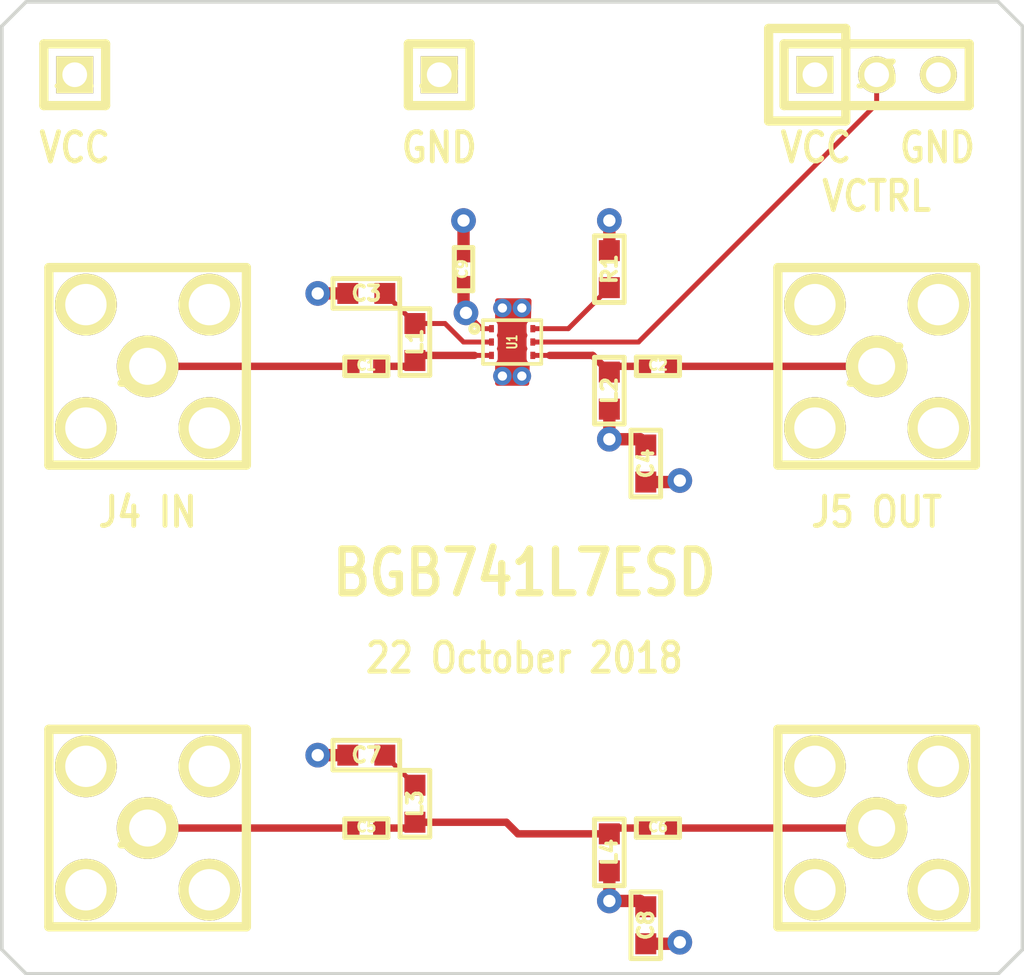
<source format=kicad_pcb>
(kicad_pcb (version 4) (host pcbnew 4.0.6)

  (general
    (links 55)
    (no_connects 0)
    (area 121.563572 65.924999 168.436428 106.075001)
    (thickness 1.6)
    (drawings 17)
    (tracks 70)
    (zones 0)
    (modules 22)
    (nets 14)
  )

  (page A4)
  (layers
    (0 C1F.Cu signal)
    (1 C2.Cu signal)
    (2 C3.Cu signal)
    (31 C4B.Cu signal)
    (32 B.Adhes user)
    (33 F.Adhes user)
    (34 B.Paste user)
    (35 F.Paste user)
    (36 B.SilkS user)
    (37 F.SilkS user)
    (38 B.Mask user)
    (39 F.Mask user)
    (40 Dwgs.User user)
    (41 Cmts.User user)
    (42 Eco1.User user)
    (43 Eco2.User user)
    (44 Edge.Cuts user)
    (45 Margin user)
    (46 B.CrtYd user)
    (47 F.CrtYd user)
    (48 B.Fab user)
    (49 F.Fab user)
  )

  (setup
    (last_trace_width 0.2032)
    (user_trace_width 0.3048)
    (user_trace_width 0.508)
    (trace_clearance 0.127)
    (zone_clearance 0.1524)
    (zone_45_only no)
    (trace_min 0.127)
    (segment_width 0.2)
    (edge_width 0.15)
    (via_size 0.508)
    (via_drill 0.254)
    (via_min_size 0.4572)
    (via_min_drill 0.254)
    (user_via 0.762 0.381)
    (user_via 1.016 0.508)
    (uvia_size 0.4572)
    (uvia_drill 0.254)
    (uvias_allowed no)
    (uvia_min_size 0)
    (uvia_min_drill 0)
    (pcb_text_width 0.3)
    (pcb_text_size 1.5 1.5)
    (mod_edge_width 0.15)
    (mod_text_size 1 1)
    (mod_text_width 0.15)
    (pad_size 1.524 1.524)
    (pad_drill 0.762)
    (pad_to_mask_clearance 0.0762)
    (pad_to_paste_clearance_ratio -0.05)
    (aux_axis_origin 0 0)
    (visible_elements FFFFFF7F)
    (pcbplotparams
      (layerselection 0x010f8_80000007)
      (usegerberextensions true)
      (excludeedgelayer true)
      (linewidth 0.200000)
      (plotframeref false)
      (viasonmask false)
      (mode 1)
      (useauxorigin false)
      (hpglpennumber 1)
      (hpglpenspeed 20)
      (hpglpendiameter 15)
      (hpglpenoverlay 2)
      (psnegative false)
      (psa4output false)
      (plotreference false)
      (plotvalue false)
      (plotinvisibletext false)
      (padsonsilk false)
      (subtractmaskfromsilk false)
      (outputformat 1)
      (mirror false)
      (drillshape 0)
      (scaleselection 1)
      (outputdirectory gerber))
  )

  (net 0 "")
  (net 1 "Net-(C1-Pad2)")
  (net 2 "Net-(C1-Pad1)")
  (net 3 "Net-(C2-Pad2)")
  (net 4 "Net-(C2-Pad1)")
  (net 5 "Net-(C3-Pad2)")
  (net 6 GND)
  (net 7 VCC)
  (net 8 "Net-(C5-Pad2)")
  (net 9 "Net-(C5-Pad1)")
  (net 10 "Net-(C6-Pad1)")
  (net 11 "Net-(C7-Pad2)")
  (net 12 "Net-(J3-Pad2)")
  (net 13 "Net-(R1-Pad2)")

  (net_class Default "This is the default net class."
    (clearance 0.127)
    (trace_width 0.2032)
    (via_dia 0.508)
    (via_drill 0.254)
    (uvia_dia 0.4572)
    (uvia_drill 0.254)
    (add_net GND)
    (add_net "Net-(C1-Pad1)")
    (add_net "Net-(C1-Pad2)")
    (add_net "Net-(C2-Pad1)")
    (add_net "Net-(C2-Pad2)")
    (add_net "Net-(C3-Pad2)")
    (add_net "Net-(C5-Pad1)")
    (add_net "Net-(C5-Pad2)")
    (add_net "Net-(C6-Pad1)")
    (add_net "Net-(C7-Pad2)")
    (add_net "Net-(J3-Pad2)")
    (add_net "Net-(R1-Pad2)")
    (add_net VCC)
  )

  (module gsg-modules:0402 (layer C1F.Cu) (tedit 4FB6CFE4) (tstamp 5BCE4E4D)
    (at 139 81 180)
    (path /5BCE4C25)
    (solder_mask_margin 0.1016)
    (fp_text reference C1 (at 0 0.0508 180) (layer F.SilkS)
      (effects (font (size 0.4064 0.4064) (thickness 0.1016)))
    )
    (fp_text value 100nF (at 0 0.0508 180) (layer F.SilkS) hide
      (effects (font (size 0.4064 0.4064) (thickness 0.1016)))
    )
    (fp_line (start 0.889 -0.381) (end 0.889 0.381) (layer F.SilkS) (width 0.2032))
    (fp_line (start 0.889 0.381) (end -0.889 0.381) (layer F.SilkS) (width 0.2032))
    (fp_line (start -0.889 0.381) (end -0.889 -0.381) (layer F.SilkS) (width 0.2032))
    (fp_line (start -0.889 -0.381) (end 0.889 -0.381) (layer F.SilkS) (width 0.2032))
    (pad 2 smd rect (at 0.5334 0 180) (size 0.508 0.5588) (layers C1F.Cu F.Paste F.Mask)
      (net 1 "Net-(C1-Pad2)") (solder_mask_margin 0.1016))
    (pad 1 smd rect (at -0.5334 0 180) (size 0.508 0.5588) (layers C1F.Cu F.Paste F.Mask)
      (net 2 "Net-(C1-Pad1)") (solder_mask_margin 0.1016))
  )

  (module gsg-modules:0402 (layer C1F.Cu) (tedit 4FB6CFE4) (tstamp 5BCE4E53)
    (at 151 81 180)
    (path /5BCE4BA2)
    (solder_mask_margin 0.1016)
    (fp_text reference C2 (at 0 0.0508 180) (layer F.SilkS)
      (effects (font (size 0.4064 0.4064) (thickness 0.1016)))
    )
    (fp_text value 100nF (at 0 0.0508 180) (layer F.SilkS) hide
      (effects (font (size 0.4064 0.4064) (thickness 0.1016)))
    )
    (fp_line (start 0.889 -0.381) (end 0.889 0.381) (layer F.SilkS) (width 0.2032))
    (fp_line (start 0.889 0.381) (end -0.889 0.381) (layer F.SilkS) (width 0.2032))
    (fp_line (start -0.889 0.381) (end -0.889 -0.381) (layer F.SilkS) (width 0.2032))
    (fp_line (start -0.889 -0.381) (end 0.889 -0.381) (layer F.SilkS) (width 0.2032))
    (pad 2 smd rect (at 0.5334 0 180) (size 0.508 0.5588) (layers C1F.Cu F.Paste F.Mask)
      (net 3 "Net-(C2-Pad2)") (solder_mask_margin 0.1016))
    (pad 1 smd rect (at -0.5334 0 180) (size 0.508 0.5588) (layers C1F.Cu F.Paste F.Mask)
      (net 4 "Net-(C2-Pad1)") (solder_mask_margin 0.1016))
  )

  (module gsg-modules:0603 (layer C1F.Cu) (tedit 5605D54C) (tstamp 5BCE4E59)
    (at 139 78)
    (path /5BCE5088)
    (solder_mask_margin 0.1016)
    (fp_text reference C3 (at 0 0) (layer F.SilkS)
      (effects (font (size 0.6096 0.6096) (thickness 0.1524)))
    )
    (fp_text value 1uF (at 0 0) (layer F.SilkS) hide
      (effects (font (size 0.6096 0.6096) (thickness 0.1524)))
    )
    (fp_line (start 1.3716 -0.6096) (end -1.3716 -0.6096) (layer F.SilkS) (width 0.2032))
    (fp_line (start -1.3716 -0.6096) (end -1.3716 0.6096) (layer F.SilkS) (width 0.2032))
    (fp_line (start -1.3716 0.6096) (end 1.3716 0.6096) (layer F.SilkS) (width 0.2032))
    (fp_line (start 1.3716 0.6096) (end 1.3716 -0.6096) (layer F.SilkS) (width 0.2032))
    (pad 2 smd rect (at 0.762 0) (size 0.8636 0.8636) (layers C1F.Cu F.Paste F.Mask)
      (net 5 "Net-(C3-Pad2)") (solder_mask_margin 0.1016) (clearance 0.1778))
    (pad 1 smd rect (at -0.762 0) (size 0.8636 0.8636) (layers C1F.Cu F.Paste F.Mask)
      (net 6 GND) (solder_mask_margin 0.1016) (clearance 0.1778))
  )

  (module gsg-modules:0603 (layer C1F.Cu) (tedit 5605D54C) (tstamp 5BCE4E5F)
    (at 150.5 85 90)
    (path /5BCE4E0B)
    (solder_mask_margin 0.1016)
    (fp_text reference C4 (at 0 0 90) (layer F.SilkS)
      (effects (font (size 0.6096 0.6096) (thickness 0.1524)))
    )
    (fp_text value 1uF (at 0 0 90) (layer F.SilkS) hide
      (effects (font (size 0.6096 0.6096) (thickness 0.1524)))
    )
    (fp_line (start 1.3716 -0.6096) (end -1.3716 -0.6096) (layer F.SilkS) (width 0.2032))
    (fp_line (start -1.3716 -0.6096) (end -1.3716 0.6096) (layer F.SilkS) (width 0.2032))
    (fp_line (start -1.3716 0.6096) (end 1.3716 0.6096) (layer F.SilkS) (width 0.2032))
    (fp_line (start 1.3716 0.6096) (end 1.3716 -0.6096) (layer F.SilkS) (width 0.2032))
    (pad 2 smd rect (at 0.762 0 90) (size 0.8636 0.8636) (layers C1F.Cu F.Paste F.Mask)
      (net 7 VCC) (solder_mask_margin 0.1016) (clearance 0.1778))
    (pad 1 smd rect (at -0.762 0 90) (size 0.8636 0.8636) (layers C1F.Cu F.Paste F.Mask)
      (net 6 GND) (solder_mask_margin 0.1016) (clearance 0.1778))
  )

  (module gsg-modules:0402 (layer C1F.Cu) (tedit 4FB6CFE4) (tstamp 5BCE4E65)
    (at 139 100 180)
    (path /5BCE6029)
    (solder_mask_margin 0.1016)
    (fp_text reference C5 (at 0 0.0508 180) (layer F.SilkS)
      (effects (font (size 0.4064 0.4064) (thickness 0.1016)))
    )
    (fp_text value 100nF (at 0 0.0508 180) (layer F.SilkS) hide
      (effects (font (size 0.4064 0.4064) (thickness 0.1016)))
    )
    (fp_line (start 0.889 -0.381) (end 0.889 0.381) (layer F.SilkS) (width 0.2032))
    (fp_line (start 0.889 0.381) (end -0.889 0.381) (layer F.SilkS) (width 0.2032))
    (fp_line (start -0.889 0.381) (end -0.889 -0.381) (layer F.SilkS) (width 0.2032))
    (fp_line (start -0.889 -0.381) (end 0.889 -0.381) (layer F.SilkS) (width 0.2032))
    (pad 2 smd rect (at 0.5334 0 180) (size 0.508 0.5588) (layers C1F.Cu F.Paste F.Mask)
      (net 8 "Net-(C5-Pad2)") (solder_mask_margin 0.1016))
    (pad 1 smd rect (at -0.5334 0 180) (size 0.508 0.5588) (layers C1F.Cu F.Paste F.Mask)
      (net 9 "Net-(C5-Pad1)") (solder_mask_margin 0.1016))
  )

  (module gsg-modules:0402 (layer C1F.Cu) (tedit 4FB6CFE4) (tstamp 5BCE4E6B)
    (at 151 100 180)
    (path /5BCE6023)
    (solder_mask_margin 0.1016)
    (fp_text reference C6 (at 0 0.0508 180) (layer F.SilkS)
      (effects (font (size 0.4064 0.4064) (thickness 0.1016)))
    )
    (fp_text value 100nF (at 0 0.0508 180) (layer F.SilkS) hide
      (effects (font (size 0.4064 0.4064) (thickness 0.1016)))
    )
    (fp_line (start 0.889 -0.381) (end 0.889 0.381) (layer F.SilkS) (width 0.2032))
    (fp_line (start 0.889 0.381) (end -0.889 0.381) (layer F.SilkS) (width 0.2032))
    (fp_line (start -0.889 0.381) (end -0.889 -0.381) (layer F.SilkS) (width 0.2032))
    (fp_line (start -0.889 -0.381) (end 0.889 -0.381) (layer F.SilkS) (width 0.2032))
    (pad 2 smd rect (at 0.5334 0 180) (size 0.508 0.5588) (layers C1F.Cu F.Paste F.Mask)
      (net 9 "Net-(C5-Pad1)") (solder_mask_margin 0.1016))
    (pad 1 smd rect (at -0.5334 0 180) (size 0.508 0.5588) (layers C1F.Cu F.Paste F.Mask)
      (net 10 "Net-(C6-Pad1)") (solder_mask_margin 0.1016))
  )

  (module gsg-modules:0603 (layer C1F.Cu) (tedit 5605D54C) (tstamp 5BCE4E71)
    (at 139 97)
    (path /5BCE6058)
    (solder_mask_margin 0.1016)
    (fp_text reference C7 (at 0 0) (layer F.SilkS)
      (effects (font (size 0.6096 0.6096) (thickness 0.1524)))
    )
    (fp_text value 1uF (at 0 0) (layer F.SilkS) hide
      (effects (font (size 0.6096 0.6096) (thickness 0.1524)))
    )
    (fp_line (start 1.3716 -0.6096) (end -1.3716 -0.6096) (layer F.SilkS) (width 0.2032))
    (fp_line (start -1.3716 -0.6096) (end -1.3716 0.6096) (layer F.SilkS) (width 0.2032))
    (fp_line (start -1.3716 0.6096) (end 1.3716 0.6096) (layer F.SilkS) (width 0.2032))
    (fp_line (start 1.3716 0.6096) (end 1.3716 -0.6096) (layer F.SilkS) (width 0.2032))
    (pad 2 smd rect (at 0.762 0) (size 0.8636 0.8636) (layers C1F.Cu F.Paste F.Mask)
      (net 11 "Net-(C7-Pad2)") (solder_mask_margin 0.1016) (clearance 0.1778))
    (pad 1 smd rect (at -0.762 0) (size 0.8636 0.8636) (layers C1F.Cu F.Paste F.Mask)
      (net 6 GND) (solder_mask_margin 0.1016) (clearance 0.1778))
  )

  (module gsg-modules:0603 (layer C1F.Cu) (tedit 5605D54C) (tstamp 5BCE4E77)
    (at 150.5 104 90)
    (path /5BCE6035)
    (solder_mask_margin 0.1016)
    (fp_text reference C8 (at 0 0 90) (layer F.SilkS)
      (effects (font (size 0.6096 0.6096) (thickness 0.1524)))
    )
    (fp_text value 1uF (at 0 0 90) (layer F.SilkS) hide
      (effects (font (size 0.6096 0.6096) (thickness 0.1524)))
    )
    (fp_line (start 1.3716 -0.6096) (end -1.3716 -0.6096) (layer F.SilkS) (width 0.2032))
    (fp_line (start -1.3716 -0.6096) (end -1.3716 0.6096) (layer F.SilkS) (width 0.2032))
    (fp_line (start -1.3716 0.6096) (end 1.3716 0.6096) (layer F.SilkS) (width 0.2032))
    (fp_line (start 1.3716 0.6096) (end 1.3716 -0.6096) (layer F.SilkS) (width 0.2032))
    (pad 2 smd rect (at 0.762 0 90) (size 0.8636 0.8636) (layers C1F.Cu F.Paste F.Mask)
      (net 7 VCC) (solder_mask_margin 0.1016) (clearance 0.1778))
    (pad 1 smd rect (at -0.762 0 90) (size 0.8636 0.8636) (layers C1F.Cu F.Paste F.Mask)
      (net 6 GND) (solder_mask_margin 0.1016) (clearance 0.1778))
  )

  (module gsg-modules:HEADER-1x1 (layer C1F.Cu) (tedit 4F8A5E1C) (tstamp 5BCE4E7C)
    (at 127 69)
    (tags CONN)
    (path /5BCE598B)
    (fp_text reference J1 (at 0 0) (layer F.SilkS)
      (effects (font (size 1.016 1.016) (thickness 0.2032)))
    )
    (fp_text value CONN_01X01 (at 0 0) (layer F.SilkS) hide
      (effects (font (size 1.016 1.016) (thickness 0.2032)))
    )
    (fp_line (start -1.27 -1.27) (end 1.27 -1.27) (layer F.SilkS) (width 0.381))
    (fp_line (start 1.27 -1.27) (end 1.27 1.27) (layer F.SilkS) (width 0.381))
    (fp_line (start 1.27 1.27) (end -1.27 1.27) (layer F.SilkS) (width 0.381))
    (fp_line (start -1.27 -1.27) (end -1.27 1.27) (layer F.SilkS) (width 0.381))
    (pad 1 thru_hole rect (at 0 0) (size 1.524 1.524) (drill 1.016) (layers *.Cu *.Mask F.SilkS)
      (net 7 VCC))
  )

  (module gsg-modules:HEADER-1x1 (layer C1F.Cu) (tedit 4F8A5E1C) (tstamp 5BCE4E81)
    (at 142 69)
    (tags CONN)
    (path /5BCE5A4E)
    (fp_text reference J2 (at 0 0) (layer F.SilkS)
      (effects (font (size 1.016 1.016) (thickness 0.2032)))
    )
    (fp_text value CONN_01X01 (at 0 0) (layer F.SilkS) hide
      (effects (font (size 1.016 1.016) (thickness 0.2032)))
    )
    (fp_line (start -1.27 -1.27) (end 1.27 -1.27) (layer F.SilkS) (width 0.381))
    (fp_line (start 1.27 -1.27) (end 1.27 1.27) (layer F.SilkS) (width 0.381))
    (fp_line (start 1.27 1.27) (end -1.27 1.27) (layer F.SilkS) (width 0.381))
    (fp_line (start -1.27 -1.27) (end -1.27 1.27) (layer F.SilkS) (width 0.381))
    (pad 1 thru_hole rect (at 0 0) (size 1.524 1.524) (drill 1.016) (layers *.Cu *.Mask F.SilkS)
      (net 6 GND))
  )

  (module gsg-modules:HEADER-1x3 (layer C1F.Cu) (tedit 4F8A5ED8) (tstamp 5BCE4E88)
    (at 160 69)
    (tags CONN)
    (path /5BCE5466)
    (fp_text reference J3 (at 0 0) (layer F.SilkS)
      (effects (font (size 1.016 1.016) (thickness 0.2032)))
    )
    (fp_text value CONN_01X03 (at 0 0) (layer F.SilkS) hide
      (effects (font (size 1.016 1.016) (thickness 0.2032)))
    )
    (fp_line (start -3.81 -1.27) (end 3.81 -1.27) (layer F.SilkS) (width 0.381))
    (fp_line (start 3.81 -1.27) (end 3.81 1.27) (layer F.SilkS) (width 0.381))
    (fp_line (start 3.81 1.27) (end -3.81 1.27) (layer F.SilkS) (width 0.381))
    (fp_line (start -1.27 1.905) (end -1.27 -1.905) (layer F.SilkS) (width 0.381))
    (fp_line (start -1.27 -1.905) (end -4.445 -1.905) (layer F.SilkS) (width 0.381))
    (fp_line (start -4.445 -1.905) (end -4.445 1.905) (layer F.SilkS) (width 0.381))
    (fp_line (start -3.81 -1.27) (end -3.81 1.27) (layer F.SilkS) (width 0.381))
    (fp_line (start -4.445 1.905) (end -1.27 1.905) (layer F.SilkS) (width 0.381))
    (pad 1 thru_hole rect (at -2.54 0) (size 1.524 1.524) (drill 1.016) (layers *.Cu *.Mask F.SilkS)
      (net 7 VCC))
    (pad 2 thru_hole circle (at 0 0) (size 1.524 1.524) (drill 1.016) (layers *.Cu *.Mask F.SilkS)
      (net 12 "Net-(J3-Pad2)"))
    (pad 3 thru_hole circle (at 2.54 0) (size 1.524 1.524) (drill 1.016) (layers *.Cu *.Mask F.SilkS)
      (net 6 GND))
  )

  (module gsg-modules:SMA-VERTICAL (layer C1F.Cu) (tedit 56DA6AD7) (tstamp 5BCE4E91)
    (at 130 81)
    (path /5BCE498F)
    (fp_text reference J4 (at 0 0) (layer F.SilkS)
      (effects (font (thickness 0.3048)))
    )
    (fp_text value CONN_COAXIAL (at 0 0) (layer F.SilkS) hide
      (effects (font (thickness 0.3048)))
    )
    (fp_line (start -4.064 -4.064) (end -4.064 4.064) (layer F.SilkS) (width 0.381))
    (fp_line (start -4.064 4.064) (end 4.064 4.064) (layer F.SilkS) (width 0.381))
    (fp_line (start 4.064 4.064) (end 4.064 -4.064) (layer F.SilkS) (width 0.381))
    (fp_line (start 4.064 -4.064) (end -4.064 -4.064) (layer F.SilkS) (width 0.381))
    (pad 1 thru_hole circle (at 0 0) (size 2.54 2.54) (drill 1.524) (layers *.Cu *.Mask F.SilkS)
      (net 1 "Net-(C1-Pad2)"))
    (pad 2 thru_hole circle (at -2.54 -2.54) (size 2.54 2.54) (drill 1.7018) (layers *.Cu *.Mask F.SilkS)
      (net 6 GND))
    (pad 2 thru_hole circle (at -2.54 2.54) (size 2.54 2.54) (drill 1.7018) (layers *.Cu *.Mask F.SilkS)
      (net 6 GND))
    (pad 2 thru_hole circle (at 2.54 2.54) (size 2.54 2.54) (drill 1.7018) (layers *.Cu *.Mask F.SilkS)
      (net 6 GND))
    (pad 2 thru_hole circle (at 2.54 -2.54) (size 2.54 2.54) (drill 1.7018) (layers *.Cu *.Mask F.SilkS)
      (net 6 GND))
  )

  (module gsg-modules:SMA-VERTICAL (layer C1F.Cu) (tedit 56DA6AD7) (tstamp 5BCE4E9A)
    (at 160 81)
    (path /5BCE48F3)
    (fp_text reference J5 (at 0 0) (layer F.SilkS)
      (effects (font (thickness 0.3048)))
    )
    (fp_text value CONN_COAXIAL (at 0 0) (layer F.SilkS) hide
      (effects (font (thickness 0.3048)))
    )
    (fp_line (start -4.064 -4.064) (end -4.064 4.064) (layer F.SilkS) (width 0.381))
    (fp_line (start -4.064 4.064) (end 4.064 4.064) (layer F.SilkS) (width 0.381))
    (fp_line (start 4.064 4.064) (end 4.064 -4.064) (layer F.SilkS) (width 0.381))
    (fp_line (start 4.064 -4.064) (end -4.064 -4.064) (layer F.SilkS) (width 0.381))
    (pad 1 thru_hole circle (at 0 0) (size 2.54 2.54) (drill 1.524) (layers *.Cu *.Mask F.SilkS)
      (net 4 "Net-(C2-Pad1)"))
    (pad 2 thru_hole circle (at -2.54 -2.54) (size 2.54 2.54) (drill 1.7018) (layers *.Cu *.Mask F.SilkS)
      (net 6 GND))
    (pad 2 thru_hole circle (at -2.54 2.54) (size 2.54 2.54) (drill 1.7018) (layers *.Cu *.Mask F.SilkS)
      (net 6 GND))
    (pad 2 thru_hole circle (at 2.54 2.54) (size 2.54 2.54) (drill 1.7018) (layers *.Cu *.Mask F.SilkS)
      (net 6 GND))
    (pad 2 thru_hole circle (at 2.54 -2.54) (size 2.54 2.54) (drill 1.7018) (layers *.Cu *.Mask F.SilkS)
      (net 6 GND))
  )

  (module gsg-modules:SMA-VERTICAL (layer C1F.Cu) (tedit 56DA6AD7) (tstamp 5BCE4EA3)
    (at 130 100)
    (path /5BCE6017)
    (fp_text reference J6 (at 0 0) (layer F.SilkS)
      (effects (font (thickness 0.3048)))
    )
    (fp_text value CONN_COAXIAL (at 0 0) (layer F.SilkS) hide
      (effects (font (thickness 0.3048)))
    )
    (fp_line (start -4.064 -4.064) (end -4.064 4.064) (layer F.SilkS) (width 0.381))
    (fp_line (start -4.064 4.064) (end 4.064 4.064) (layer F.SilkS) (width 0.381))
    (fp_line (start 4.064 4.064) (end 4.064 -4.064) (layer F.SilkS) (width 0.381))
    (fp_line (start 4.064 -4.064) (end -4.064 -4.064) (layer F.SilkS) (width 0.381))
    (pad 1 thru_hole circle (at 0 0) (size 2.54 2.54) (drill 1.524) (layers *.Cu *.Mask F.SilkS)
      (net 8 "Net-(C5-Pad2)"))
    (pad 2 thru_hole circle (at -2.54 -2.54) (size 2.54 2.54) (drill 1.7018) (layers *.Cu *.Mask F.SilkS)
      (net 6 GND))
    (pad 2 thru_hole circle (at -2.54 2.54) (size 2.54 2.54) (drill 1.7018) (layers *.Cu *.Mask F.SilkS)
      (net 6 GND))
    (pad 2 thru_hole circle (at 2.54 2.54) (size 2.54 2.54) (drill 1.7018) (layers *.Cu *.Mask F.SilkS)
      (net 6 GND))
    (pad 2 thru_hole circle (at 2.54 -2.54) (size 2.54 2.54) (drill 1.7018) (layers *.Cu *.Mask F.SilkS)
      (net 6 GND))
  )

  (module gsg-modules:SMA-VERTICAL (layer C1F.Cu) (tedit 56DA6AD7) (tstamp 5BCE4EAC)
    (at 160 100)
    (path /5BCE6011)
    (fp_text reference J7 (at 0 0) (layer F.SilkS)
      (effects (font (thickness 0.3048)))
    )
    (fp_text value CONN_COAXIAL (at 0 0) (layer F.SilkS) hide
      (effects (font (thickness 0.3048)))
    )
    (fp_line (start -4.064 -4.064) (end -4.064 4.064) (layer F.SilkS) (width 0.381))
    (fp_line (start -4.064 4.064) (end 4.064 4.064) (layer F.SilkS) (width 0.381))
    (fp_line (start 4.064 4.064) (end 4.064 -4.064) (layer F.SilkS) (width 0.381))
    (fp_line (start 4.064 -4.064) (end -4.064 -4.064) (layer F.SilkS) (width 0.381))
    (pad 1 thru_hole circle (at 0 0) (size 2.54 2.54) (drill 1.524) (layers *.Cu *.Mask F.SilkS)
      (net 10 "Net-(C6-Pad1)"))
    (pad 2 thru_hole circle (at -2.54 -2.54) (size 2.54 2.54) (drill 1.7018) (layers *.Cu *.Mask F.SilkS)
      (net 6 GND))
    (pad 2 thru_hole circle (at -2.54 2.54) (size 2.54 2.54) (drill 1.7018) (layers *.Cu *.Mask F.SilkS)
      (net 6 GND))
    (pad 2 thru_hole circle (at 2.54 2.54) (size 2.54 2.54) (drill 1.7018) (layers *.Cu *.Mask F.SilkS)
      (net 6 GND))
    (pad 2 thru_hole circle (at 2.54 -2.54) (size 2.54 2.54) (drill 1.7018) (layers *.Cu *.Mask F.SilkS)
      (net 6 GND))
  )

  (module gsg-modules:0603 (layer C1F.Cu) (tedit 5605D54C) (tstamp 5BCE4EB2)
    (at 141 80 90)
    (path /5BCE4F6B)
    (solder_mask_margin 0.1016)
    (fp_text reference L1 (at 0 0 90) (layer F.SilkS)
      (effects (font (size 0.6096 0.6096) (thickness 0.1524)))
    )
    (fp_text value 10uH (at 0 0 90) (layer F.SilkS) hide
      (effects (font (size 0.6096 0.6096) (thickness 0.1524)))
    )
    (fp_line (start 1.3716 -0.6096) (end -1.3716 -0.6096) (layer F.SilkS) (width 0.2032))
    (fp_line (start -1.3716 -0.6096) (end -1.3716 0.6096) (layer F.SilkS) (width 0.2032))
    (fp_line (start -1.3716 0.6096) (end 1.3716 0.6096) (layer F.SilkS) (width 0.2032))
    (fp_line (start 1.3716 0.6096) (end 1.3716 -0.6096) (layer F.SilkS) (width 0.2032))
    (pad 2 smd rect (at 0.762 0 90) (size 0.8636 0.8636) (layers C1F.Cu F.Paste F.Mask)
      (net 5 "Net-(C3-Pad2)") (solder_mask_margin 0.1016) (clearance 0.1778))
    (pad 1 smd rect (at -0.762 0 90) (size 0.8636 0.8636) (layers C1F.Cu F.Paste F.Mask)
      (net 2 "Net-(C1-Pad1)") (solder_mask_margin 0.1016) (clearance 0.1778))
  )

  (module gsg-modules:0603 (layer C1F.Cu) (tedit 5605D54C) (tstamp 5BCE4EB8)
    (at 149 82 270)
    (path /5BCE4D52)
    (solder_mask_margin 0.1016)
    (fp_text reference L2 (at 0 0 270) (layer F.SilkS)
      (effects (font (size 0.6096 0.6096) (thickness 0.1524)))
    )
    (fp_text value 10uH (at 0 0 270) (layer F.SilkS) hide
      (effects (font (size 0.6096 0.6096) (thickness 0.1524)))
    )
    (fp_line (start 1.3716 -0.6096) (end -1.3716 -0.6096) (layer F.SilkS) (width 0.2032))
    (fp_line (start -1.3716 -0.6096) (end -1.3716 0.6096) (layer F.SilkS) (width 0.2032))
    (fp_line (start -1.3716 0.6096) (end 1.3716 0.6096) (layer F.SilkS) (width 0.2032))
    (fp_line (start 1.3716 0.6096) (end 1.3716 -0.6096) (layer F.SilkS) (width 0.2032))
    (pad 2 smd rect (at 0.762 0 270) (size 0.8636 0.8636) (layers C1F.Cu F.Paste F.Mask)
      (net 7 VCC) (solder_mask_margin 0.1016) (clearance 0.1778))
    (pad 1 smd rect (at -0.762 0 270) (size 0.8636 0.8636) (layers C1F.Cu F.Paste F.Mask)
      (net 3 "Net-(C2-Pad2)") (solder_mask_margin 0.1016) (clearance 0.1778))
  )

  (module gsg-modules:0603 (layer C1F.Cu) (tedit 5605D54C) (tstamp 5BCE4EBE)
    (at 141 99 90)
    (path /5BCE604E)
    (solder_mask_margin 0.1016)
    (fp_text reference L3 (at 0 0 90) (layer F.SilkS)
      (effects (font (size 0.6096 0.6096) (thickness 0.1524)))
    )
    (fp_text value 10uH (at 0 0 90) (layer F.SilkS) hide
      (effects (font (size 0.6096 0.6096) (thickness 0.1524)))
    )
    (fp_line (start 1.3716 -0.6096) (end -1.3716 -0.6096) (layer F.SilkS) (width 0.2032))
    (fp_line (start -1.3716 -0.6096) (end -1.3716 0.6096) (layer F.SilkS) (width 0.2032))
    (fp_line (start -1.3716 0.6096) (end 1.3716 0.6096) (layer F.SilkS) (width 0.2032))
    (fp_line (start 1.3716 0.6096) (end 1.3716 -0.6096) (layer F.SilkS) (width 0.2032))
    (pad 2 smd rect (at 0.762 0 90) (size 0.8636 0.8636) (layers C1F.Cu F.Paste F.Mask)
      (net 11 "Net-(C7-Pad2)") (solder_mask_margin 0.1016) (clearance 0.1778))
    (pad 1 smd rect (at -0.762 0 90) (size 0.8636 0.8636) (layers C1F.Cu F.Paste F.Mask)
      (net 9 "Net-(C5-Pad1)") (solder_mask_margin 0.1016) (clearance 0.1778))
  )

  (module gsg-modules:0603 (layer C1F.Cu) (tedit 5605D54C) (tstamp 5BCE4EC4)
    (at 149 101 270)
    (path /5BCE602F)
    (solder_mask_margin 0.1016)
    (fp_text reference L4 (at 0 0 270) (layer F.SilkS)
      (effects (font (size 0.6096 0.6096) (thickness 0.1524)))
    )
    (fp_text value 10uH (at 0 0 270) (layer F.SilkS) hide
      (effects (font (size 0.6096 0.6096) (thickness 0.1524)))
    )
    (fp_line (start 1.3716 -0.6096) (end -1.3716 -0.6096) (layer F.SilkS) (width 0.2032))
    (fp_line (start -1.3716 -0.6096) (end -1.3716 0.6096) (layer F.SilkS) (width 0.2032))
    (fp_line (start -1.3716 0.6096) (end 1.3716 0.6096) (layer F.SilkS) (width 0.2032))
    (fp_line (start 1.3716 0.6096) (end 1.3716 -0.6096) (layer F.SilkS) (width 0.2032))
    (pad 2 smd rect (at 0.762 0 270) (size 0.8636 0.8636) (layers C1F.Cu F.Paste F.Mask)
      (net 7 VCC) (solder_mask_margin 0.1016) (clearance 0.1778))
    (pad 1 smd rect (at -0.762 0 270) (size 0.8636 0.8636) (layers C1F.Cu F.Paste F.Mask)
      (net 9 "Net-(C5-Pad1)") (solder_mask_margin 0.1016) (clearance 0.1778))
  )

  (module gsg-modules:0603 (layer C1F.Cu) (tedit 5605D54C) (tstamp 5BCE4ECA)
    (at 149 77 270)
    (path /5BCE5191)
    (solder_mask_margin 0.1016)
    (fp_text reference R1 (at 0 0 270) (layer F.SilkS)
      (effects (font (size 0.6096 0.6096) (thickness 0.1524)))
    )
    (fp_text value 3k (at 0 0 270) (layer F.SilkS) hide
      (effects (font (size 0.6096 0.6096) (thickness 0.1524)))
    )
    (fp_line (start 1.3716 -0.6096) (end -1.3716 -0.6096) (layer F.SilkS) (width 0.2032))
    (fp_line (start -1.3716 -0.6096) (end -1.3716 0.6096) (layer F.SilkS) (width 0.2032))
    (fp_line (start -1.3716 0.6096) (end 1.3716 0.6096) (layer F.SilkS) (width 0.2032))
    (fp_line (start 1.3716 0.6096) (end 1.3716 -0.6096) (layer F.SilkS) (width 0.2032))
    (pad 2 smd rect (at 0.762 0 270) (size 0.8636 0.8636) (layers C1F.Cu F.Paste F.Mask)
      (net 13 "Net-(R1-Pad2)") (solder_mask_margin 0.1016) (clearance 0.1778))
    (pad 1 smd rect (at -0.762 0 270) (size 0.8636 0.8636) (layers C1F.Cu F.Paste F.Mask)
      (net 7 VCC) (solder_mask_margin 0.1016) (clearance 0.1778))
  )

  (module gsg-modules:TSLP-7-1 (layer C1F.Cu) (tedit 52F6B3C4) (tstamp 5BCE4EE2)
    (at 145 80 270)
    (path /5BCE4B07)
    (fp_text reference U1 (at 0 0 270) (layer F.SilkS)
      (effects (font (size 0.39878 0.29972) (thickness 0.07493)))
    )
    (fp_text value BGB741L7ESD (at 0 0 270) (layer F.SilkS) hide
      (effects (font (size 0.39878 0.29972) (thickness 0.0762)))
    )
    (fp_line (start -0.9 -1.2) (end 0.9 -1.2) (layer F.SilkS) (width 0.15))
    (fp_line (start 0.9 -1.2) (end 0.9 1.2) (layer F.SilkS) (width 0.15))
    (fp_line (start 0.9 1.2) (end -0.9 1.2) (layer F.SilkS) (width 0.15))
    (fp_line (start -0.9 1.2) (end -0.9 -1.2) (layer F.SilkS) (width 0.15))
    (fp_circle (center -0.54958 1.55) (end -0.49878 1.55) (layer F.SilkS) (width 0.2032))
    (pad 1 smd rect (at -0.55 0.85 270) (size 0.3 0.2) (layers C1F.Cu F.Paste F.Mask)
      (net 7 VCC) (die_length 3.40614))
    (pad 2 smd rect (at 0 0.85 270) (size 0.3 0.2) (layers C1F.Cu F.Paste F.Mask)
      (net 5 "Net-(C3-Pad2)"))
    (pad 3 smd rect (at 0.55 0.85 270) (size 0.3 0.2) (layers C1F.Cu F.Paste F.Mask)
      (net 2 "Net-(C1-Pad1)"))
    (pad 4 smd rect (at 0.55 -0.85 270) (size 0.3 0.2) (layers C1F.Cu F.Paste F.Mask)
      (net 3 "Net-(C2-Pad2)"))
    (pad 5 smd rect (at 0 -0.85 270) (size 0.3 0.2) (layers C1F.Cu F.Paste F.Mask)
      (net 12 "Net-(J3-Pad2)"))
    (pad 6 smd rect (at -0.55 -0.85 270) (size 0.3 0.2) (layers C1F.Cu F.Paste F.Mask)
      (net 13 "Net-(R1-Pad2)"))
    (pad 7 smd rect (at -0.55 0 270) (size 0.3 0.2) (layers C1F.Cu F.Paste F.Mask)
      (net 6 GND))
    (pad 7 smd rect (at 0 0 270) (size 0.3 0.2) (layers C1F.Cu F.Paste F.Mask)
      (net 6 GND))
    (pad 7 smd rect (at 0.55 0 270) (size 0.3 0.2) (layers C1F.Cu F.Paste F.Mask)
      (net 6 GND))
    (pad 7 smd rect (at -0.55 -0.425 270) (size 0.3 0.2) (layers C1F.Cu F.Paste F.Mask)
      (net 6 GND))
    (pad 7 smd rect (at 0 -0.425 270) (size 0.3 0.2) (layers C1F.Cu F.Paste F.Mask)
      (net 6 GND))
    (pad 7 smd rect (at 0.55 -0.425 270) (size 0.3 0.2) (layers C1F.Cu F.Paste F.Mask)
      (net 6 GND))
    (pad 7 smd rect (at 0.55 0.425 270) (size 0.3 0.2) (layers C1F.Cu F.Paste F.Mask)
      (net 6 GND))
    (pad 7 smd rect (at 0 0.425 270) (size 0.3 0.2) (layers C1F.Cu F.Paste F.Mask)
      (net 6 GND))
    (pad 7 smd rect (at -0.55 0.425 270) (size 0.3 0.2) (layers C1F.Cu F.Paste F.Mask)
      (net 6 GND))
  )

  (module gsg-modules:0402 (layer C1F.Cu) (tedit 4FB6CFE4) (tstamp 5BCE4F82)
    (at 143 77 270)
    (path /5BCE58AF)
    (solder_mask_margin 0.1016)
    (fp_text reference C9 (at 0 0.0508 270) (layer F.SilkS)
      (effects (font (size 0.4064 0.4064) (thickness 0.1016)))
    )
    (fp_text value 100nF (at 0 0.0508 270) (layer F.SilkS) hide
      (effects (font (size 0.4064 0.4064) (thickness 0.1016)))
    )
    (fp_line (start 0.889 -0.381) (end 0.889 0.381) (layer F.SilkS) (width 0.2032))
    (fp_line (start 0.889 0.381) (end -0.889 0.381) (layer F.SilkS) (width 0.2032))
    (fp_line (start -0.889 0.381) (end -0.889 -0.381) (layer F.SilkS) (width 0.2032))
    (fp_line (start -0.889 -0.381) (end 0.889 -0.381) (layer F.SilkS) (width 0.2032))
    (pad 2 smd rect (at 0.5334 0 270) (size 0.508 0.5588) (layers C1F.Cu F.Paste F.Mask)
      (net 7 VCC) (solder_mask_margin 0.1016))
    (pad 1 smd rect (at -0.5334 0 270) (size 0.508 0.5588) (layers C1F.Cu F.Paste F.Mask)
      (net 6 GND) (solder_mask_margin 0.1016))
  )

  (gr_text "J5 OUT" (at 160 87) (layer F.SilkS)
    (effects (font (size 1.2 1) (thickness 0.2)))
  )
  (gr_text "J4 IN" (at 130 87) (layer F.SilkS)
    (effects (font (size 1.2 1) (thickness 0.2)))
  )
  (gr_text "22 October 2018" (at 145.5 93) (layer F.SilkS)
    (effects (font (size 1.2 1) (thickness 0.2)))
  )
  (gr_text BGB741L7ESD (at 145.5 89.5) (layer F.SilkS)
    (effects (font (size 1.8 1.5) (thickness 0.3)))
  )
  (gr_text VCTRL (at 160 74) (layer F.SilkS)
    (effects (font (size 1.2 1) (thickness 0.2)))
  )
  (gr_text GND (at 162.5 72) (layer F.SilkS)
    (effects (font (size 1.2 1) (thickness 0.2)))
  )
  (gr_text VCC (at 157.5 72) (layer F.SilkS)
    (effects (font (size 1.2 1) (thickness 0.2)))
  )
  (gr_text GND (at 142 72) (layer F.SilkS)
    (effects (font (size 1.2 1) (thickness 0.2)))
  )
  (gr_text VCC (at 127 72) (layer F.SilkS)
    (effects (font (size 1.2 1) (thickness 0.2)))
  )
  (gr_line (start 125 66) (end 124 67) (angle 90) (layer Edge.Cuts) (width 0.15))
  (gr_line (start 165 66) (end 125 66) (angle 90) (layer Edge.Cuts) (width 0.15))
  (gr_line (start 166 67) (end 165 66) (angle 90) (layer Edge.Cuts) (width 0.15))
  (gr_line (start 166 105) (end 166 67) (angle 90) (layer Edge.Cuts) (width 0.15))
  (gr_line (start 165 106) (end 166 105) (angle 90) (layer Edge.Cuts) (width 0.15))
  (gr_line (start 125 106) (end 165 106) (angle 90) (layer Edge.Cuts) (width 0.15))
  (gr_line (start 124 105) (end 125 106) (angle 90) (layer Edge.Cuts) (width 0.15))
  (gr_line (start 124 67) (end 124 105) (angle 90) (layer Edge.Cuts) (width 0.15))

  (segment (start 138.4666 81) (end 130 81) (width 0.3048) (layer C1F.Cu) (net 1))
  (segment (start 141.212 80.55) (end 143.45 80.55) (width 0.3048) (layer C1F.Cu) (net 2))
  (segment (start 143.45 80.55) (end 144.15 80.55) (width 0.2032) (layer C1F.Cu) (net 2))
  (segment (start 141.212 80.55) (end 141 80.762) (width 0.3048) (layer C1F.Cu) (net 2) (tstamp 5BCE5427))
  (segment (start 139.5334 81) (end 140.762 81) (width 0.3048) (layer C1F.Cu) (net 2))
  (segment (start 140.762 81) (end 141 80.762) (width 0.3048) (layer C1F.Cu) (net 2) (tstamp 5BCE538B))
  (segment (start 146.55 80.55) (end 148.312 80.55) (width 0.3048) (layer C1F.Cu) (net 3))
  (segment (start 145.85 80.55) (end 146.55 80.55) (width 0.2032) (layer C1F.Cu) (net 3))
  (segment (start 148.312 80.55) (end 149 81.238) (width 0.3048) (layer C1F.Cu) (net 3) (tstamp 5BCE541E))
  (segment (start 150.4666 81) (end 149.238 81) (width 0.3048) (layer C1F.Cu) (net 3))
  (segment (start 149.238 81) (end 149 81.238) (width 0.3048) (layer C1F.Cu) (net 3) (tstamp 5BCE538E))
  (segment (start 151.5334 81) (end 160 81) (width 0.3048) (layer C1F.Cu) (net 4))
  (segment (start 139.762 78) (end 141 79.238) (width 0.2032) (layer C1F.Cu) (net 5))
  (segment (start 141 79.238) (end 142.238 79.238) (width 0.2032) (layer C1F.Cu) (net 5))
  (segment (start 143 80) (end 144.15 80) (width 0.2032) (layer C1F.Cu) (net 5))
  (segment (start 142.238 79.238) (end 143 80) (width 0.2032) (layer C1F.Cu) (net 5) (tstamp 5BCE54A4))
  (segment (start 145.425 80.55) (end 145.425 81.375) (width 0.2032) (layer C1F.Cu) (net 6))
  (via (at 145.4 81.4) (size 0.762) (drill 0.381) (layers C1F.Cu C4B.Cu) (net 6))
  (segment (start 145.425 81.375) (end 145.4 81.4) (width 0.2032) (layer C1F.Cu) (net 6) (tstamp 5BCE5599))
  (segment (start 144.575 80.55) (end 144.575 81.375) (width 0.2032) (layer C1F.Cu) (net 6))
  (via (at 144.6 81.4) (size 0.762) (drill 0.381) (layers C1F.Cu C4B.Cu) (net 6))
  (segment (start 144.575 81.375) (end 144.6 81.4) (width 0.2032) (layer C1F.Cu) (net 6) (tstamp 5BCE5593))
  (segment (start 145.425 79.45) (end 145.425 78.625) (width 0.2032) (layer C1F.Cu) (net 6))
  (via (at 145.4 78.6) (size 0.762) (drill 0.381) (layers C1F.Cu C4B.Cu) (net 6))
  (segment (start 145.425 78.625) (end 145.4 78.6) (width 0.2032) (layer C1F.Cu) (net 6) (tstamp 5BCE557A))
  (segment (start 144.575 79.45) (end 144.575 78.625) (width 0.2032) (layer C1F.Cu) (net 6))
  (via (at 144.6 78.6) (size 0.762) (drill 0.381) (layers C1F.Cu C4B.Cu) (net 6))
  (segment (start 144.575 78.625) (end 144.6 78.6) (width 0.2032) (layer C1F.Cu) (net 6) (tstamp 5BCE5557))
  (segment (start 150.5 104.762) (end 151.838 104.762) (width 0.508) (layer C1F.Cu) (net 6))
  (via (at 151.9 104.7) (size 1.016) (drill 0.508) (layers C1F.Cu C4B.Cu) (net 6))
  (segment (start 151.838 104.762) (end 151.9 104.7) (width 0.508) (layer C1F.Cu) (net 6) (tstamp 5BCE5534))
  (segment (start 150.5 85.762) (end 151.838 85.762) (width 0.508) (layer C1F.Cu) (net 6))
  (via (at 151.9 85.7) (size 1.016) (drill 0.508) (layers C1F.Cu C4B.Cu) (net 6))
  (segment (start 151.838 85.762) (end 151.9 85.7) (width 0.508) (layer C1F.Cu) (net 6) (tstamp 5BCE552B))
  (segment (start 138.238 97) (end 137 97) (width 0.508) (layer C1F.Cu) (net 6))
  (via (at 137 97) (size 1.016) (drill 0.508) (layers C1F.Cu C4B.Cu) (net 6))
  (segment (start 138.238 78) (end 137 78) (width 0.508) (layer C1F.Cu) (net 6))
  (via (at 137 78) (size 1.016) (drill 0.508) (layers C1F.Cu C4B.Cu) (net 6))
  (segment (start 143 76.4666) (end 143 75) (width 0.508) (layer C1F.Cu) (net 6))
  (via (at 143 75) (size 1.016) (drill 0.508) (layers C1F.Cu C4B.Cu) (net 6))
  (segment (start 143 77.5334) (end 143 78.7) (width 0.508) (layer C1F.Cu) (net 7))
  (segment (start 143.75 79.45) (end 143.1 78.8) (width 0.2032) (layer C1F.Cu) (net 7) (tstamp 5BCE562B))
  (via (at 143.1 78.8) (size 1.016) (drill 0.508) (layers C1F.Cu C4B.Cu) (net 7))
  (segment (start 143.75 79.45) (end 144.15 79.45) (width 0.2032) (layer C1F.Cu) (net 7))
  (segment (start 143 78.7) (end 143.1 78.8) (width 0.508) (layer C1F.Cu) (net 7) (tstamp 5BCE5637))
  (segment (start 150.262 84) (end 149 84) (width 0.508) (layer C1F.Cu) (net 7))
  (via (at 149 84) (size 1.016) (drill 0.508) (layers C1F.Cu C4B.Cu) (net 7))
  (segment (start 149 84) (end 149 82.762) (width 0.508) (layer C1F.Cu) (net 7))
  (segment (start 150.262 84) (end 150.5 84.238) (width 0.508) (layer C1F.Cu) (net 7) (tstamp 5BCE5523))
  (segment (start 150.262 103) (end 149 103) (width 0.508) (layer C1F.Cu) (net 7))
  (via (at 149 103) (size 1.016) (drill 0.508) (layers C1F.Cu C4B.Cu) (net 7))
  (segment (start 149 103) (end 149 101.762) (width 0.508) (layer C1F.Cu) (net 7))
  (segment (start 150.262 103) (end 150.5 103.238) (width 0.508) (layer C1F.Cu) (net 7) (tstamp 5BCE5519))
  (segment (start 149 76.238) (end 149 75) (width 0.508) (layer C1F.Cu) (net 7))
  (via (at 149 75) (size 1.016) (drill 0.508) (layers C1F.Cu C4B.Cu) (net 7))
  (segment (start 138.4666 100) (end 130 100) (width 0.3048) (layer C1F.Cu) (net 8))
  (segment (start 141 99.762) (end 144.762 99.762) (width 0.3048) (layer C1F.Cu) (net 9))
  (segment (start 145.238 100.238) (end 149 100.238) (width 0.3048) (layer C1F.Cu) (net 9) (tstamp 5BCE53B1))
  (segment (start 144.762 99.762) (end 145.238 100.238) (width 0.3048) (layer C1F.Cu) (net 9) (tstamp 5BCE53AE))
  (segment (start 150.4666 100) (end 149.238 100) (width 0.3048) (layer C1F.Cu) (net 9))
  (segment (start 149.238 100) (end 149 100.238) (width 0.3048) (layer C1F.Cu) (net 9) (tstamp 5BCE5394))
  (segment (start 139.5334 100) (end 140.762 100) (width 0.3048) (layer C1F.Cu) (net 9))
  (segment (start 140.762 100) (end 141 99.762) (width 0.3048) (layer C1F.Cu) (net 9) (tstamp 5BCE5391))
  (segment (start 151.5334 100) (end 160 100) (width 0.3048) (layer C1F.Cu) (net 10))
  (segment (start 139.762 97) (end 141 98.238) (width 0.2032) (layer C1F.Cu) (net 11))
  (segment (start 145.85 80) (end 150.2 80) (width 0.2032) (layer C1F.Cu) (net 12))
  (segment (start 160 70.2) (end 160 69) (width 0.2032) (layer C1F.Cu) (net 12) (tstamp 5BCE564E))
  (segment (start 150.2 80) (end 160 70.2) (width 0.2032) (layer C1F.Cu) (net 12) (tstamp 5BCE5642))
  (segment (start 145.85 79.45) (end 147.312 79.45) (width 0.2032) (layer C1F.Cu) (net 13))
  (segment (start 147.312 79.45) (end 149 77.762) (width 0.2032) (layer C1F.Cu) (net 13) (tstamp 5BCE5488))

  (zone (net 6) (net_name GND) (layer C2.Cu) (tstamp 5BCE532F) (hatch edge 0.508)
    (connect_pads (clearance 0.4))
    (min_thickness 0.2)
    (fill yes (arc_segments 16) (thermal_gap 0.508) (thermal_bridge_width 0.508))
    (polygon
      (pts
        (xy 124 66) (xy 124 106) (xy 166 106) (xy 166 66)
      )
    )
    (filled_polygon
      (pts
        (xy 165.425 67.238173) (xy 165.425 104.761827) (xy 164.761828 105.425) (xy 125.238173 105.425) (xy 124.575 104.761828)
        (xy 124.575 103.890611) (xy 126.327178 103.890611) (xy 126.462748 104.1746) (xy 127.164193 104.431805) (xy 127.910672 104.401)
        (xy 128.457252 104.1746) (xy 128.592822 103.890611) (xy 131.407178 103.890611) (xy 131.542748 104.1746) (xy 132.244193 104.431805)
        (xy 132.990672 104.401) (xy 133.537252 104.1746) (xy 133.672822 103.890611) (xy 132.54 102.757789) (xy 131.407178 103.890611)
        (xy 128.592822 103.890611) (xy 127.46 102.757789) (xy 126.327178 103.890611) (xy 124.575 103.890611) (xy 124.575 102.244193)
        (xy 125.568195 102.244193) (xy 125.599 102.990672) (xy 125.8254 103.537252) (xy 126.109389 103.672822) (xy 127.242211 102.54)
        (xy 126.109389 101.407178) (xy 125.8254 101.542748) (xy 125.568195 102.244193) (xy 124.575 102.244193) (xy 124.575 98.810611)
        (xy 126.327178 98.810611) (xy 126.462748 99.0946) (xy 127.164193 99.351805) (xy 127.910672 99.321) (xy 128.457252 99.0946)
        (xy 128.473965 99.059591) (xy 128.230308 99.646381) (xy 128.229694 100.35053) (xy 128.469964 100.932029) (xy 128.457252 100.9054)
        (xy 127.755807 100.648195) (xy 127.009328 100.679) (xy 126.462748 100.9054) (xy 126.327178 101.189389) (xy 127.46 102.322211)
        (xy 127.474142 102.308069) (xy 127.691931 102.525858) (xy 127.677789 102.54) (xy 128.810611 103.672822) (xy 129.0946 103.537252)
        (xy 129.351805 102.835807) (xy 129.321 102.089328) (xy 129.0946 101.542748) (xy 129.059591 101.526035) (xy 129.646381 101.769692)
        (xy 130.35053 101.770306) (xy 130.932029 101.530036) (xy 130.9054 101.542748) (xy 130.648195 102.244193) (xy 130.679 102.990672)
        (xy 130.9054 103.537252) (xy 131.189389 103.672822) (xy 132.322211 102.54) (xy 132.757789 102.54) (xy 133.890611 103.672822)
        (xy 134.1746 103.537252) (xy 134.298401 103.199624) (xy 147.991825 103.199624) (xy 148.144961 103.57024) (xy 148.428268 103.854043)
        (xy 148.798617 104.007825) (xy 149.199624 104.008175) (xy 149.484149 103.890611) (xy 156.327178 103.890611) (xy 156.462748 104.1746)
        (xy 157.164193 104.431805) (xy 157.910672 104.401) (xy 158.457252 104.1746) (xy 158.592822 103.890611) (xy 161.407178 103.890611)
        (xy 161.542748 104.1746) (xy 162.244193 104.431805) (xy 162.990672 104.401) (xy 163.537252 104.1746) (xy 163.672822 103.890611)
        (xy 162.54 102.757789) (xy 161.407178 103.890611) (xy 158.592822 103.890611) (xy 157.46 102.757789) (xy 156.327178 103.890611)
        (xy 149.484149 103.890611) (xy 149.57024 103.855039) (xy 149.854043 103.571732) (xy 150.007825 103.201383) (xy 150.008175 102.800376)
        (xy 149.855039 102.42976) (xy 149.669797 102.244193) (xy 155.568195 102.244193) (xy 155.599 102.990672) (xy 155.8254 103.537252)
        (xy 156.109389 103.672822) (xy 157.242211 102.54) (xy 156.109389 101.407178) (xy 155.8254 101.542748) (xy 155.568195 102.244193)
        (xy 149.669797 102.244193) (xy 149.571732 102.145957) (xy 149.201383 101.992175) (xy 148.800376 101.991825) (xy 148.42976 102.144961)
        (xy 148.145957 102.428268) (xy 147.992175 102.798617) (xy 147.991825 103.199624) (xy 134.298401 103.199624) (xy 134.431805 102.835807)
        (xy 134.401 102.089328) (xy 134.1746 101.542748) (xy 133.890611 101.407178) (xy 132.757789 102.54) (xy 132.322211 102.54)
        (xy 132.308069 102.525858) (xy 132.525858 102.308069) (xy 132.54 102.322211) (xy 133.672822 101.189389) (xy 133.537252 100.9054)
        (xy 132.835807 100.648195) (xy 132.089328 100.679) (xy 131.542748 100.9054) (xy 131.526035 100.940409) (xy 131.769692 100.353619)
        (xy 131.770306 99.64947) (xy 131.530036 99.067971) (xy 131.542748 99.0946) (xy 132.244193 99.351805) (xy 132.990672 99.321)
        (xy 133.537252 99.0946) (xy 133.672822 98.810611) (xy 156.327178 98.810611) (xy 156.462748 99.0946) (xy 157.164193 99.351805)
        (xy 157.910672 99.321) (xy 158.457252 99.0946) (xy 158.473965 99.059591) (xy 158.230308 99.646381) (xy 158.229694 100.35053)
        (xy 158.469964 100.932029) (xy 158.457252 100.9054) (xy 157.755807 100.648195) (xy 157.009328 100.679) (xy 156.462748 100.9054)
        (xy 156.327178 101.189389) (xy 157.46 102.322211) (xy 157.474142 102.308069) (xy 157.691931 102.525858) (xy 157.677789 102.54)
        (xy 158.810611 103.672822) (xy 159.0946 103.537252) (xy 159.351805 102.835807) (xy 159.321 102.089328) (xy 159.0946 101.542748)
        (xy 159.059591 101.526035) (xy 159.646381 101.769692) (xy 160.35053 101.770306) (xy 160.932029 101.530036) (xy 160.9054 101.542748)
        (xy 160.648195 102.244193) (xy 160.679 102.990672) (xy 160.9054 103.537252) (xy 161.189389 103.672822) (xy 162.322211 102.54)
        (xy 162.757789 102.54) (xy 163.890611 103.672822) (xy 164.1746 103.537252) (xy 164.431805 102.835807) (xy 164.401 102.089328)
        (xy 164.1746 101.542748) (xy 163.890611 101.407178) (xy 162.757789 102.54) (xy 162.322211 102.54) (xy 162.308069 102.525858)
        (xy 162.525858 102.308069) (xy 162.54 102.322211) (xy 163.672822 101.189389) (xy 163.537252 100.9054) (xy 162.835807 100.648195)
        (xy 162.089328 100.679) (xy 161.542748 100.9054) (xy 161.526035 100.940409) (xy 161.769692 100.353619) (xy 161.770306 99.64947)
        (xy 161.530036 99.067971) (xy 161.542748 99.0946) (xy 162.244193 99.351805) (xy 162.990672 99.321) (xy 163.537252 99.0946)
        (xy 163.672822 98.810611) (xy 162.54 97.677789) (xy 162.525858 97.691931) (xy 162.308069 97.474142) (xy 162.322211 97.46)
        (xy 162.757789 97.46) (xy 163.890611 98.592822) (xy 164.1746 98.457252) (xy 164.431805 97.755807) (xy 164.401 97.009328)
        (xy 164.1746 96.462748) (xy 163.890611 96.327178) (xy 162.757789 97.46) (xy 162.322211 97.46) (xy 161.189389 96.327178)
        (xy 160.9054 96.462748) (xy 160.648195 97.164193) (xy 160.679 97.910672) (xy 160.9054 98.457252) (xy 160.940409 98.473965)
        (xy 160.353619 98.230308) (xy 159.64947 98.229694) (xy 159.067971 98.469964) (xy 159.0946 98.457252) (xy 159.351805 97.755807)
        (xy 159.321 97.009328) (xy 159.0946 96.462748) (xy 158.810611 96.327178) (xy 157.677789 97.46) (xy 157.691931 97.474142)
        (xy 157.474142 97.691931) (xy 157.46 97.677789) (xy 156.327178 98.810611) (xy 133.672822 98.810611) (xy 132.54 97.677789)
        (xy 132.525858 97.691931) (xy 132.308069 97.474142) (xy 132.322211 97.46) (xy 132.757789 97.46) (xy 133.890611 98.592822)
        (xy 134.1746 98.457252) (xy 134.431805 97.755807) (xy 134.407391 97.164193) (xy 155.568195 97.164193) (xy 155.599 97.910672)
        (xy 155.8254 98.457252) (xy 156.109389 98.592822) (xy 157.242211 97.46) (xy 156.109389 96.327178) (xy 155.8254 96.462748)
        (xy 155.568195 97.164193) (xy 134.407391 97.164193) (xy 134.401 97.009328) (xy 134.1746 96.462748) (xy 133.890611 96.327178)
        (xy 132.757789 97.46) (xy 132.322211 97.46) (xy 131.189389 96.327178) (xy 130.9054 96.462748) (xy 130.648195 97.164193)
        (xy 130.679 97.910672) (xy 130.9054 98.457252) (xy 130.940409 98.473965) (xy 130.353619 98.230308) (xy 129.64947 98.229694)
        (xy 129.067971 98.469964) (xy 129.0946 98.457252) (xy 129.351805 97.755807) (xy 129.321 97.009328) (xy 129.0946 96.462748)
        (xy 128.810611 96.327178) (xy 127.677789 97.46) (xy 127.691931 97.474142) (xy 127.474142 97.691931) (xy 127.46 97.677789)
        (xy 126.327178 98.810611) (xy 124.575 98.810611) (xy 124.575 97.164193) (xy 125.568195 97.164193) (xy 125.599 97.910672)
        (xy 125.8254 98.457252) (xy 126.109389 98.592822) (xy 127.242211 97.46) (xy 126.109389 96.327178) (xy 125.8254 96.462748)
        (xy 125.568195 97.164193) (xy 124.575 97.164193) (xy 124.575 96.109389) (xy 126.327178 96.109389) (xy 127.46 97.242211)
        (xy 128.592822 96.109389) (xy 131.407178 96.109389) (xy 132.54 97.242211) (xy 133.672822 96.109389) (xy 156.327178 96.109389)
        (xy 157.46 97.242211) (xy 158.592822 96.109389) (xy 161.407178 96.109389) (xy 162.54 97.242211) (xy 163.672822 96.109389)
        (xy 163.537252 95.8254) (xy 162.835807 95.568195) (xy 162.089328 95.599) (xy 161.542748 95.8254) (xy 161.407178 96.109389)
        (xy 158.592822 96.109389) (xy 158.457252 95.8254) (xy 157.755807 95.568195) (xy 157.009328 95.599) (xy 156.462748 95.8254)
        (xy 156.327178 96.109389) (xy 133.672822 96.109389) (xy 133.537252 95.8254) (xy 132.835807 95.568195) (xy 132.089328 95.599)
        (xy 131.542748 95.8254) (xy 131.407178 96.109389) (xy 128.592822 96.109389) (xy 128.457252 95.8254) (xy 127.755807 95.568195)
        (xy 127.009328 95.599) (xy 126.462748 95.8254) (xy 126.327178 96.109389) (xy 124.575 96.109389) (xy 124.575 84.890611)
        (xy 126.327178 84.890611) (xy 126.462748 85.1746) (xy 127.164193 85.431805) (xy 127.910672 85.401) (xy 128.457252 85.1746)
        (xy 128.592822 84.890611) (xy 131.407178 84.890611) (xy 131.542748 85.1746) (xy 132.244193 85.431805) (xy 132.990672 85.401)
        (xy 133.537252 85.1746) (xy 133.672822 84.890611) (xy 132.54 83.757789) (xy 131.407178 84.890611) (xy 128.592822 84.890611)
        (xy 127.46 83.757789) (xy 126.327178 84.890611) (xy 124.575 84.890611) (xy 124.575 83.244193) (xy 125.568195 83.244193)
        (xy 125.599 83.990672) (xy 125.8254 84.537252) (xy 126.109389 84.672822) (xy 127.242211 83.54) (xy 126.109389 82.407178)
        (xy 125.8254 82.542748) (xy 125.568195 83.244193) (xy 124.575 83.244193) (xy 124.575 79.810611) (xy 126.327178 79.810611)
        (xy 126.462748 80.0946) (xy 127.164193 80.351805) (xy 127.910672 80.321) (xy 128.457252 80.0946) (xy 128.473965 80.059591)
        (xy 128.230308 80.646381) (xy 128.229694 81.35053) (xy 128.469964 81.932029) (xy 128.457252 81.9054) (xy 127.755807 81.648195)
        (xy 127.009328 81.679) (xy 126.462748 81.9054) (xy 126.327178 82.189389) (xy 127.46 83.322211) (xy 127.474142 83.308069)
        (xy 127.691931 83.525858) (xy 127.677789 83.54) (xy 128.810611 84.672822) (xy 129.0946 84.537252) (xy 129.351805 83.835807)
        (xy 129.321 83.089328) (xy 129.0946 82.542748) (xy 129.059591 82.526035) (xy 129.646381 82.769692) (xy 130.35053 82.770306)
        (xy 130.932029 82.530036) (xy 130.9054 82.542748) (xy 130.648195 83.244193) (xy 130.679 83.990672) (xy 130.9054 84.537252)
        (xy 131.189389 84.672822) (xy 132.322211 83.54) (xy 132.757789 83.54) (xy 133.890611 84.672822) (xy 134.1746 84.537252)
        (xy 134.298401 84.199624) (xy 147.991825 84.199624) (xy 148.144961 84.57024) (xy 148.428268 84.854043) (xy 148.798617 85.007825)
        (xy 149.199624 85.008175) (xy 149.484149 84.890611) (xy 156.327178 84.890611) (xy 156.462748 85.1746) (xy 157.164193 85.431805)
        (xy 157.910672 85.401) (xy 158.457252 85.1746) (xy 158.592822 84.890611) (xy 161.407178 84.890611) (xy 161.542748 85.1746)
        (xy 162.244193 85.431805) (xy 162.990672 85.401) (xy 163.537252 85.1746) (xy 163.672822 84.890611) (xy 162.54 83.757789)
        (xy 161.407178 84.890611) (xy 158.592822 84.890611) (xy 157.46 83.757789) (xy 156.327178 84.890611) (xy 149.484149 84.890611)
        (xy 149.57024 84.855039) (xy 149.854043 84.571732) (xy 150.007825 84.201383) (xy 150.008175 83.800376) (xy 149.855039 83.42976)
        (xy 149.669797 83.244193) (xy 155.568195 83.244193) (xy 155.599 83.990672) (xy 155.8254 84.537252) (xy 156.109389 84.672822)
        (xy 157.242211 83.54) (xy 156.109389 82.407178) (xy 155.8254 82.542748) (xy 155.568195 83.244193) (xy 149.669797 83.244193)
        (xy 149.571732 83.145957) (xy 149.201383 82.992175) (xy 148.800376 82.991825) (xy 148.42976 83.144961) (xy 148.145957 83.428268)
        (xy 147.992175 83.798617) (xy 147.991825 84.199624) (xy 134.298401 84.199624) (xy 134.431805 83.835807) (xy 134.401 83.089328)
        (xy 134.1746 82.542748) (xy 133.890611 82.407178) (xy 132.757789 83.54) (xy 132.322211 83.54) (xy 132.308069 83.525858)
        (xy 132.525858 83.308069) (xy 132.54 83.322211) (xy 133.672822 82.189389) (xy 133.537252 81.9054) (xy 132.835807 81.648195)
        (xy 132.089328 81.679) (xy 131.542748 81.9054) (xy 131.526035 81.940409) (xy 131.769692 81.353619) (xy 131.770306 80.64947)
        (xy 131.530036 80.067971) (xy 131.542748 80.0946) (xy 132.244193 80.351805) (xy 132.990672 80.321) (xy 133.537252 80.0946)
        (xy 133.672822 79.810611) (xy 156.327178 79.810611) (xy 156.462748 80.0946) (xy 157.164193 80.351805) (xy 157.910672 80.321)
        (xy 158.457252 80.0946) (xy 158.473965 80.059591) (xy 158.230308 80.646381) (xy 158.229694 81.35053) (xy 158.469964 81.932029)
        (xy 158.457252 81.9054) (xy 157.755807 81.648195) (xy 157.009328 81.679) (xy 156.462748 81.9054) (xy 156.327178 82.189389)
        (xy 157.46 83.322211) (xy 157.474142 83.308069) (xy 157.691931 83.525858) (xy 157.677789 83.54) (xy 158.810611 84.672822)
        (xy 159.0946 84.537252) (xy 159.351805 83.835807) (xy 159.321 83.089328) (xy 159.0946 82.542748) (xy 159.059591 82.526035)
        (xy 159.646381 82.769692) (xy 160.35053 82.770306) (xy 160.932029 82.530036) (xy 160.9054 82.542748) (xy 160.648195 83.244193)
        (xy 160.679 83.990672) (xy 160.9054 84.537252) (xy 161.189389 84.672822) (xy 162.322211 83.54) (xy 162.757789 83.54)
        (xy 163.890611 84.672822) (xy 164.1746 84.537252) (xy 164.431805 83.835807) (xy 164.401 83.089328) (xy 164.1746 82.542748)
        (xy 163.890611 82.407178) (xy 162.757789 83.54) (xy 162.322211 83.54) (xy 162.308069 83.525858) (xy 162.525858 83.308069)
        (xy 162.54 83.322211) (xy 163.672822 82.189389) (xy 163.537252 81.9054) (xy 162.835807 81.648195) (xy 162.089328 81.679)
        (xy 161.542748 81.9054) (xy 161.526035 81.940409) (xy 161.769692 81.353619) (xy 161.770306 80.64947) (xy 161.530036 80.067971)
        (xy 161.542748 80.0946) (xy 162.244193 80.351805) (xy 162.990672 80.321) (xy 163.537252 80.0946) (xy 163.672822 79.810611)
        (xy 162.54 78.677789) (xy 162.525858 78.691931) (xy 162.308069 78.474142) (xy 162.322211 78.46) (xy 162.757789 78.46)
        (xy 163.890611 79.592822) (xy 164.1746 79.457252) (xy 164.431805 78.755807) (xy 164.401 78.009328) (xy 164.1746 77.462748)
        (xy 163.890611 77.327178) (xy 162.757789 78.46) (xy 162.322211 78.46) (xy 161.189389 77.327178) (xy 160.9054 77.462748)
        (xy 160.648195 78.164193) (xy 160.679 78.910672) (xy 160.9054 79.457252) (xy 160.940409 79.473965) (xy 160.353619 79.230308)
        (xy 159.64947 79.229694) (xy 159.067971 79.469964) (xy 159.0946 79.457252) (xy 159.351805 78.755807) (xy 159.321 78.009328)
        (xy 159.0946 77.462748) (xy 158.810611 77.327178) (xy 157.677789 78.46) (xy 157.691931 78.474142) (xy 157.474142 78.691931)
        (xy 157.46 78.677789) (xy 156.327178 79.810611) (xy 133.672822 79.810611) (xy 132.54 78.677789) (xy 132.525858 78.691931)
        (xy 132.308069 78.474142) (xy 132.322211 78.46) (xy 132.757789 78.46) (xy 133.890611 79.592822) (xy 134.1746 79.457252)
        (xy 134.342402 78.999624) (xy 142.091825 78.999624) (xy 142.244961 79.37024) (xy 142.528268 79.654043) (xy 142.898617 79.807825)
        (xy 143.299624 79.808175) (xy 143.67024 79.655039) (xy 143.954043 79.371732) (xy 144.107825 79.001383) (xy 144.108175 78.600376)
        (xy 143.955039 78.22976) (xy 143.889587 78.164193) (xy 155.568195 78.164193) (xy 155.599 78.910672) (xy 155.8254 79.457252)
        (xy 156.109389 79.592822) (xy 157.242211 78.46) (xy 156.109389 77.327178) (xy 155.8254 77.462748) (xy 155.568195 78.164193)
        (xy 143.889587 78.164193) (xy 143.671732 77.945957) (xy 143.301383 77.792175) (xy 142.900376 77.791825) (xy 142.52976 77.944961)
        (xy 142.245957 78.228268) (xy 142.092175 78.598617) (xy 142.091825 78.999624) (xy 134.342402 78.999624) (xy 134.431805 78.755807)
        (xy 134.401 78.009328) (xy 134.1746 77.462748) (xy 133.890611 77.327178) (xy 132.757789 78.46) (xy 132.322211 78.46)
        (xy 131.189389 77.327178) (xy 130.9054 77.462748) (xy 130.648195 78.164193) (xy 130.679 78.910672) (xy 130.9054 79.457252)
        (xy 130.940409 79.473965) (xy 130.353619 79.230308) (xy 129.64947 79.229694) (xy 129.067971 79.469964) (xy 129.0946 79.457252)
        (xy 129.351805 78.755807) (xy 129.321 78.009328) (xy 129.0946 77.462748) (xy 128.810611 77.327178) (xy 127.677789 78.46)
        (xy 127.691931 78.474142) (xy 127.474142 78.691931) (xy 127.46 78.677789) (xy 126.327178 79.810611) (xy 124.575 79.810611)
        (xy 124.575 78.164193) (xy 125.568195 78.164193) (xy 125.599 78.910672) (xy 125.8254 79.457252) (xy 126.109389 79.592822)
        (xy 127.242211 78.46) (xy 126.109389 77.327178) (xy 125.8254 77.462748) (xy 125.568195 78.164193) (xy 124.575 78.164193)
        (xy 124.575 77.109389) (xy 126.327178 77.109389) (xy 127.46 78.242211) (xy 128.592822 77.109389) (xy 131.407178 77.109389)
        (xy 132.54 78.242211) (xy 133.672822 77.109389) (xy 156.327178 77.109389) (xy 157.46 78.242211) (xy 158.592822 77.109389)
        (xy 161.407178 77.109389) (xy 162.54 78.242211) (xy 163.672822 77.109389) (xy 163.537252 76.8254) (xy 162.835807 76.568195)
        (xy 162.089328 76.599) (xy 161.542748 76.8254) (xy 161.407178 77.109389) (xy 158.592822 77.109389) (xy 158.457252 76.8254)
        (xy 157.755807 76.568195) (xy 157.009328 76.599) (xy 156.462748 76.8254) (xy 156.327178 77.109389) (xy 133.672822 77.109389)
        (xy 133.537252 76.8254) (xy 132.835807 76.568195) (xy 132.089328 76.599) (xy 131.542748 76.8254) (xy 131.407178 77.109389)
        (xy 128.592822 77.109389) (xy 128.457252 76.8254) (xy 127.755807 76.568195) (xy 127.009328 76.599) (xy 126.462748 76.8254)
        (xy 126.327178 77.109389) (xy 124.575 77.109389) (xy 124.575 75.199624) (xy 147.991825 75.199624) (xy 148.144961 75.57024)
        (xy 148.428268 75.854043) (xy 148.798617 76.007825) (xy 149.199624 76.008175) (xy 149.57024 75.855039) (xy 149.854043 75.571732)
        (xy 150.007825 75.201383) (xy 150.008175 74.800376) (xy 149.855039 74.42976) (xy 149.571732 74.145957) (xy 149.201383 73.992175)
        (xy 148.800376 73.991825) (xy 148.42976 74.144961) (xy 148.145957 74.428268) (xy 147.992175 74.798617) (xy 147.991825 75.199624)
        (xy 124.575 75.199624) (xy 124.575 68.238) (xy 125.728205 68.238) (xy 125.728205 69.762) (xy 125.763069 69.947289)
        (xy 125.872575 70.117465) (xy 126.039661 70.23163) (xy 126.238 70.271795) (xy 127.762 70.271795) (xy 127.947289 70.236931)
        (xy 128.117465 70.127425) (xy 128.23163 69.960339) (xy 128.271795 69.762) (xy 128.271795 69.306) (xy 140.63 69.306)
        (xy 140.63 69.882938) (xy 140.722562 70.106404) (xy 140.893595 70.277437) (xy 141.117061 70.37) (xy 141.694 70.37)
        (xy 141.846 70.218) (xy 141.846 69.154) (xy 142.154 69.154) (xy 142.154 70.218) (xy 142.306 70.37)
        (xy 142.882939 70.37) (xy 143.106405 70.277437) (xy 143.277438 70.106404) (xy 143.37 69.882938) (xy 143.37 69.306)
        (xy 143.218 69.154) (xy 142.154 69.154) (xy 141.846 69.154) (xy 140.782 69.154) (xy 140.63 69.306)
        (xy 128.271795 69.306) (xy 128.271795 68.238) (xy 128.24904 68.117062) (xy 140.63 68.117062) (xy 140.63 68.694)
        (xy 140.782 68.846) (xy 141.846 68.846) (xy 141.846 67.782) (xy 142.154 67.782) (xy 142.154 68.846)
        (xy 143.218 68.846) (xy 143.37 68.694) (xy 143.37 68.238) (xy 156.188205 68.238) (xy 156.188205 69.762)
        (xy 156.223069 69.947289) (xy 156.332575 70.117465) (xy 156.499661 70.23163) (xy 156.698 70.271795) (xy 158.222 70.271795)
        (xy 158.407289 70.236931) (xy 158.577465 70.127425) (xy 158.69163 69.960339) (xy 158.731795 69.762) (xy 158.731795 69.249926)
        (xy 158.737781 69.249926) (xy 158.929505 69.713932) (xy 159.284201 70.069248) (xy 159.747871 70.26178) (xy 160.249926 70.262219)
        (xy 160.713932 70.070495) (xy 160.802213 69.982368) (xy 161.775421 69.982368) (xy 161.848551 70.213698) (xy 162.365647 70.385917)
        (xy 162.909287 70.347142) (xy 163.231449 70.213698) (xy 163.304579 69.982368) (xy 162.54 69.217789) (xy 161.775421 69.982368)
        (xy 160.802213 69.982368) (xy 161.069248 69.715799) (xy 161.202982 69.39373) (xy 161.326302 69.691449) (xy 161.557632 69.764579)
        (xy 162.322211 69) (xy 162.757789 69) (xy 163.522368 69.764579) (xy 163.753698 69.691449) (xy 163.925917 69.174353)
        (xy 163.887142 68.630713) (xy 163.753698 68.308551) (xy 163.522368 68.235421) (xy 162.757789 69) (xy 162.322211 69)
        (xy 161.557632 68.235421) (xy 161.326302 68.308551) (xy 161.216281 68.638895) (xy 161.070495 68.286068) (xy 160.802528 68.017632)
        (xy 161.775421 68.017632) (xy 162.54 68.782211) (xy 163.304579 68.017632) (xy 163.231449 67.786302) (xy 162.714353 67.614083)
        (xy 162.170713 67.652858) (xy 161.848551 67.786302) (xy 161.775421 68.017632) (xy 160.802528 68.017632) (xy 160.715799 67.930752)
        (xy 160.252129 67.73822) (xy 159.750074 67.737781) (xy 159.286068 67.929505) (xy 158.930752 68.284201) (xy 158.73822 68.747871)
        (xy 158.737781 69.249926) (xy 158.731795 69.249926) (xy 158.731795 68.238) (xy 158.696931 68.052711) (xy 158.587425 67.882535)
        (xy 158.420339 67.76837) (xy 158.222 67.728205) (xy 156.698 67.728205) (xy 156.512711 67.763069) (xy 156.342535 67.872575)
        (xy 156.22837 68.039661) (xy 156.188205 68.238) (xy 143.37 68.238) (xy 143.37 68.117062) (xy 143.277438 67.893596)
        (xy 143.106405 67.722563) (xy 142.882939 67.63) (xy 142.306 67.63) (xy 142.154 67.782) (xy 141.846 67.782)
        (xy 141.694 67.63) (xy 141.117061 67.63) (xy 140.893595 67.722563) (xy 140.722562 67.893596) (xy 140.63 68.117062)
        (xy 128.24904 68.117062) (xy 128.236931 68.052711) (xy 128.127425 67.882535) (xy 127.960339 67.76837) (xy 127.762 67.728205)
        (xy 126.238 67.728205) (xy 126.052711 67.763069) (xy 125.882535 67.872575) (xy 125.76837 68.039661) (xy 125.728205 68.238)
        (xy 124.575 68.238) (xy 124.575 67.238172) (xy 125.238173 66.575) (xy 164.761828 66.575)
      )
    )
  )
  (zone (net 7) (net_name VCC) (layer C3.Cu) (tstamp 5BCE533E) (hatch edge 0.508)
    (connect_pads (clearance 0.4))
    (min_thickness 0.2)
    (fill yes (arc_segments 16) (thermal_gap 0.508) (thermal_bridge_width 0.508))
    (polygon
      (pts
        (xy 124 66) (xy 124 106) (xy 166 106) (xy 166 66)
      )
    )
    (filled_polygon
      (pts
        (xy 165.425 67.238173) (xy 165.425 104.761827) (xy 164.761828 105.425) (xy 152.600507 105.425) (xy 152.754043 105.271732)
        (xy 152.907825 104.901383) (xy 152.908175 104.500376) (xy 152.755039 104.12976) (xy 152.471732 103.845957) (xy 152.101383 103.692175)
        (xy 151.700376 103.691825) (xy 151.32976 103.844961) (xy 151.045957 104.128268) (xy 150.892175 104.498617) (xy 150.891825 104.899624)
        (xy 151.044961 105.27024) (xy 151.199451 105.425) (xy 125.238173 105.425) (xy 124.575 104.761828) (xy 124.575 102.89053)
        (xy 125.689694 102.89053) (xy 125.958592 103.541314) (xy 126.456067 104.039658) (xy 127.106381 104.309692) (xy 127.81053 104.310306)
        (xy 128.461314 104.041408) (xy 128.959658 103.543933) (xy 129.229692 102.893619) (xy 129.229694 102.89053) (xy 130.769694 102.89053)
        (xy 131.038592 103.541314) (xy 131.536067 104.039658) (xy 132.186381 104.309692) (xy 132.89053 104.310306) (xy 133.541314 104.041408)
        (xy 134.039658 103.543933) (xy 134.309692 102.893619) (xy 134.309694 102.89053) (xy 155.689694 102.89053) (xy 155.958592 103.541314)
        (xy 156.456067 104.039658) (xy 157.106381 104.309692) (xy 157.81053 104.310306) (xy 158.461314 104.041408) (xy 158.959658 103.543933)
        (xy 159.229692 102.893619) (xy 159.229694 102.89053) (xy 160.769694 102.89053) (xy 161.038592 103.541314) (xy 161.536067 104.039658)
        (xy 162.186381 104.309692) (xy 162.89053 104.310306) (xy 163.541314 104.041408) (xy 164.039658 103.543933) (xy 164.309692 102.893619)
        (xy 164.310306 102.18947) (xy 164.041408 101.538686) (xy 163.543933 101.040342) (xy 162.893619 100.770308) (xy 162.18947 100.769694)
        (xy 161.538686 101.038592) (xy 161.040342 101.536067) (xy 160.770308 102.186381) (xy 160.769694 102.89053) (xy 159.229694 102.89053)
        (xy 159.230306 102.18947) (xy 158.961408 101.538686) (xy 158.463933 101.040342) (xy 157.813619 100.770308) (xy 157.10947 100.769694)
        (xy 156.458686 101.038592) (xy 155.960342 101.536067) (xy 155.690308 102.186381) (xy 155.689694 102.89053) (xy 134.309694 102.89053)
        (xy 134.310306 102.18947) (xy 134.041408 101.538686) (xy 133.543933 101.040342) (xy 132.893619 100.770308) (xy 132.18947 100.769694)
        (xy 131.538686 101.038592) (xy 131.040342 101.536067) (xy 130.770308 102.186381) (xy 130.769694 102.89053) (xy 129.229694 102.89053)
        (xy 129.230306 102.18947) (xy 128.961408 101.538686) (xy 128.463933 101.040342) (xy 127.813619 100.770308) (xy 127.10947 100.769694)
        (xy 126.458686 101.038592) (xy 125.960342 101.536067) (xy 125.690308 102.186381) (xy 125.689694 102.89053) (xy 124.575 102.89053)
        (xy 124.575 100.35053) (xy 128.229694 100.35053) (xy 128.498592 101.001314) (xy 128.996067 101.499658) (xy 129.646381 101.769692)
        (xy 130.35053 101.770306) (xy 131.001314 101.501408) (xy 131.499658 101.003933) (xy 131.769692 100.353619) (xy 131.769694 100.35053)
        (xy 158.229694 100.35053) (xy 158.498592 101.001314) (xy 158.996067 101.499658) (xy 159.646381 101.769692) (xy 160.35053 101.770306)
        (xy 161.001314 101.501408) (xy 161.499658 101.003933) (xy 161.769692 100.353619) (xy 161.770306 99.64947) (xy 161.501408 98.998686)
        (xy 161.003933 98.500342) (xy 160.353619 98.230308) (xy 159.64947 98.229694) (xy 158.998686 98.498592) (xy 158.500342 98.996067)
        (xy 158.230308 99.646381) (xy 158.229694 100.35053) (xy 131.769694 100.35053) (xy 131.770306 99.64947) (xy 131.501408 98.998686)
        (xy 131.003933 98.500342) (xy 130.353619 98.230308) (xy 129.64947 98.229694) (xy 128.998686 98.498592) (xy 128.500342 98.996067)
        (xy 128.230308 99.646381) (xy 128.229694 100.35053) (xy 124.575 100.35053) (xy 124.575 97.81053) (xy 125.689694 97.81053)
        (xy 125.958592 98.461314) (xy 126.456067 98.959658) (xy 127.106381 99.229692) (xy 127.81053 99.230306) (xy 128.461314 98.961408)
        (xy 128.959658 98.463933) (xy 129.229692 97.813619) (xy 129.229694 97.81053) (xy 130.769694 97.81053) (xy 131.038592 98.461314)
        (xy 131.536067 98.959658) (xy 132.186381 99.229692) (xy 132.89053 99.230306) (xy 133.541314 98.961408) (xy 134.039658 98.463933)
        (xy 134.309692 97.813619) (xy 134.310227 97.199624) (xy 135.991825 97.199624) (xy 136.144961 97.57024) (xy 136.428268 97.854043)
        (xy 136.798617 98.007825) (xy 137.199624 98.008175) (xy 137.57024 97.855039) (xy 137.614826 97.81053) (xy 155.689694 97.81053)
        (xy 155.958592 98.461314) (xy 156.456067 98.959658) (xy 157.106381 99.229692) (xy 157.81053 99.230306) (xy 158.461314 98.961408)
        (xy 158.959658 98.463933) (xy 159.229692 97.813619) (xy 159.229694 97.81053) (xy 160.769694 97.81053) (xy 161.038592 98.461314)
        (xy 161.536067 98.959658) (xy 162.186381 99.229692) (xy 162.89053 99.230306) (xy 163.541314 98.961408) (xy 164.039658 98.463933)
        (xy 164.309692 97.813619) (xy 164.310306 97.10947) (xy 164.041408 96.458686) (xy 163.543933 95.960342) (xy 162.893619 95.690308)
        (xy 162.18947 95.689694) (xy 161.538686 95.958592) (xy 161.040342 96.456067) (xy 160.770308 97.106381) (xy 160.769694 97.81053)
        (xy 159.229694 97.81053) (xy 159.230306 97.10947) (xy 158.961408 96.458686) (xy 158.463933 95.960342) (xy 157.813619 95.690308)
        (xy 157.10947 95.689694) (xy 156.458686 95.958592) (xy 155.960342 96.456067) (xy 155.690308 97.106381) (xy 155.689694 97.81053)
        (xy 137.614826 97.81053) (xy 137.854043 97.571732) (xy 138.007825 97.201383) (xy 138.008175 96.800376) (xy 137.855039 96.42976)
        (xy 137.571732 96.145957) (xy 137.201383 95.992175) (xy 136.800376 95.991825) (xy 136.42976 96.144961) (xy 136.145957 96.428268)
        (xy 135.992175 96.798617) (xy 135.991825 97.199624) (xy 134.310227 97.199624) (xy 134.310306 97.10947) (xy 134.041408 96.458686)
        (xy 133.543933 95.960342) (xy 132.893619 95.690308) (xy 132.18947 95.689694) (xy 131.538686 95.958592) (xy 131.040342 96.456067)
        (xy 130.770308 97.106381) (xy 130.769694 97.81053) (xy 129.229694 97.81053) (xy 129.230306 97.10947) (xy 128.961408 96.458686)
        (xy 128.463933 95.960342) (xy 127.813619 95.690308) (xy 127.10947 95.689694) (xy 126.458686 95.958592) (xy 125.960342 96.456067)
        (xy 125.690308 97.106381) (xy 125.689694 97.81053) (xy 124.575 97.81053) (xy 124.575 85.899624) (xy 150.891825 85.899624)
        (xy 151.044961 86.27024) (xy 151.328268 86.554043) (xy 151.698617 86.707825) (xy 152.099624 86.708175) (xy 152.47024 86.555039)
        (xy 152.754043 86.271732) (xy 152.907825 85.901383) (xy 152.908175 85.500376) (xy 152.755039 85.12976) (xy 152.471732 84.845957)
        (xy 152.101383 84.692175) (xy 151.700376 84.691825) (xy 151.32976 84.844961) (xy 151.045957 85.128268) (xy 150.892175 85.498617)
        (xy 150.891825 85.899624) (xy 124.575 85.899624) (xy 124.575 83.89053) (xy 125.689694 83.89053) (xy 125.958592 84.541314)
        (xy 126.456067 85.039658) (xy 127.106381 85.309692) (xy 127.81053 85.310306) (xy 128.461314 85.041408) (xy 128.959658 84.543933)
        (xy 129.229692 83.893619) (xy 129.229694 83.89053) (xy 130.769694 83.89053) (xy 131.038592 84.541314) (xy 131.536067 85.039658)
        (xy 132.186381 85.309692) (xy 132.89053 85.310306) (xy 133.541314 85.041408) (xy 134.039658 84.543933) (xy 134.309692 83.893619)
        (xy 134.309694 83.89053) (xy 155.689694 83.89053) (xy 155.958592 84.541314) (xy 156.456067 85.039658) (xy 157.106381 85.309692)
        (xy 157.81053 85.310306) (xy 158.461314 85.041408) (xy 158.959658 84.543933) (xy 159.229692 83.893619) (xy 159.229694 83.89053)
        (xy 160.769694 83.89053) (xy 161.038592 84.541314) (xy 161.536067 85.039658) (xy 162.186381 85.309692) (xy 162.89053 85.310306)
        (xy 163.541314 85.041408) (xy 164.039658 84.543933) (xy 164.309692 83.893619) (xy 164.310306 83.18947) (xy 164.041408 82.538686)
        (xy 163.543933 82.040342) (xy 162.893619 81.770308) (xy 162.18947 81.769694) (xy 161.538686 82.038592) (xy 161.040342 82.536067)
        (xy 160.770308 83.186381) (xy 160.769694 83.89053) (xy 159.229694 83.89053) (xy 159.230306 83.18947) (xy 158.961408 82.538686)
        (xy 158.463933 82.040342) (xy 157.813619 81.770308) (xy 157.10947 81.769694) (xy 156.458686 82.038592) (xy 155.960342 82.536067)
        (xy 155.690308 83.186381) (xy 155.689694 83.89053) (xy 134.309694 83.89053) (xy 134.310306 83.18947) (xy 134.041408 82.538686)
        (xy 133.543933 82.040342) (xy 132.893619 81.770308) (xy 132.18947 81.769694) (xy 131.538686 82.038592) (xy 131.040342 82.536067)
        (xy 130.770308 83.186381) (xy 130.769694 83.89053) (xy 129.229694 83.89053) (xy 129.230306 83.18947) (xy 128.961408 82.538686)
        (xy 128.463933 82.040342) (xy 127.813619 81.770308) (xy 127.10947 81.769694) (xy 126.458686 82.038592) (xy 125.960342 82.536067)
        (xy 125.690308 83.186381) (xy 125.689694 83.89053) (xy 124.575 83.89053) (xy 124.575 81.35053) (xy 128.229694 81.35053)
        (xy 128.498592 82.001314) (xy 128.996067 82.499658) (xy 129.646381 82.769692) (xy 130.35053 82.770306) (xy 131.001314 82.501408)
        (xy 131.499658 82.003933) (xy 131.677985 81.574473) (xy 143.718847 81.574473) (xy 143.852689 81.898395) (xy 144.100302 82.14644)
        (xy 144.423989 82.280847) (xy 144.774473 82.281153) (xy 145.000155 82.187903) (xy 145.223989 82.280847) (xy 145.574473 82.281153)
        (xy 145.898395 82.147311) (xy 146.14644 81.899698) (xy 146.280847 81.576011) (xy 146.281043 81.35053) (xy 158.229694 81.35053)
        (xy 158.498592 82.001314) (xy 158.996067 82.499658) (xy 159.646381 82.769692) (xy 160.35053 82.770306) (xy 161.001314 82.501408)
        (xy 161.499658 82.003933) (xy 161.769692 81.353619) (xy 161.770306 80.64947) (xy 161.501408 79.998686) (xy 161.003933 79.500342)
        (xy 160.353619 79.230308) (xy 159.64947 79.229694) (xy 158.998686 79.498592) (xy 158.500342 79.996067) (xy 158.230308 80.646381)
        (xy 158.229694 81.35053) (xy 146.281043 81.35053) (xy 146.281153 81.225527) (xy 146.147311 80.901605) (xy 145.899698 80.65356)
        (xy 145.576011 80.519153) (xy 145.225527 80.518847) (xy 144.999845 80.612097) (xy 144.776011 80.519153) (xy 144.425527 80.518847)
        (xy 144.101605 80.652689) (xy 143.85356 80.900302) (xy 143.719153 81.223989) (xy 143.718847 81.574473) (xy 131.677985 81.574473)
        (xy 131.769692 81.353619) (xy 131.770306 80.64947) (xy 131.501408 79.998686) (xy 131.003933 79.500342) (xy 130.353619 79.230308)
        (xy 129.64947 79.229694) (xy 128.998686 79.498592) (xy 128.500342 79.996067) (xy 128.230308 80.646381) (xy 128.229694 81.35053)
        (xy 124.575 81.35053) (xy 124.575 78.81053) (xy 125.689694 78.81053) (xy 125.958592 79.461314) (xy 126.456067 79.959658)
        (xy 127.106381 80.229692) (xy 127.81053 80.230306) (xy 128.461314 79.961408) (xy 128.959658 79.463933) (xy 129.229692 78.813619)
        (xy 129.229694 78.81053) (xy 130.769694 78.81053) (xy 131.038592 79.461314) (xy 131.536067 79.959658) (xy 132.186381 80.229692)
        (xy 132.89053 80.230306) (xy 133.541314 79.961408) (xy 134.039658 79.463933) (xy 134.309692 78.813619) (xy 134.310227 78.199624)
        (xy 135.991825 78.199624) (xy 136.144961 78.57024) (xy 136.428268 78.854043) (xy 136.798617 79.007825) (xy 137.199624 79.008175)
        (xy 137.57024 78.855039) (xy 137.650947 78.774473) (xy 143.718847 78.774473) (xy 143.852689 79.098395) (xy 144.100302 79.34644)
        (xy 144.423989 79.480847) (xy 144.774473 79.481153) (xy 145.000155 79.387903) (xy 145.223989 79.480847) (xy 145.574473 79.481153)
        (xy 145.898395 79.347311) (xy 146.14644 79.099698) (xy 146.266513 78.81053) (xy 155.689694 78.81053) (xy 155.958592 79.461314)
        (xy 156.456067 79.959658) (xy 157.106381 80.229692) (xy 157.81053 80.230306) (xy 158.461314 79.961408) (xy 158.959658 79.463933)
        (xy 159.229692 78.813619) (xy 159.229694 78.81053) (xy 160.769694 78.81053) (xy 161.038592 79.461314) (xy 161.536067 79.959658)
        (xy 162.186381 80.229692) (xy 162.89053 80.230306) (xy 163.541314 79.961408) (xy 164.039658 79.463933) (xy 164.309692 78.813619)
        (xy 164.310306 78.10947) (xy 164.041408 77.458686) (xy 163.543933 76.960342) (xy 162.893619 76.690308) (xy 162.18947 76.689694)
        (xy 161.538686 76.958592) (xy 161.040342 77.456067) (xy 160.770308 78.106381) (xy 160.769694 78.81053) (xy 159.229694 78.81053)
        (xy 159.230306 78.10947) (xy 158.961408 77.458686) (xy 158.463933 76.960342) (xy 157.813619 76.690308) (xy 157.10947 76.689694)
        (xy 156.458686 76.958592) (xy 155.960342 77.456067) (xy 155.690308 78.106381) (xy 155.689694 78.81053) (xy 146.266513 78.81053)
        (xy 146.280847 78.776011) (xy 146.281153 78.425527) (xy 146.147311 78.101605) (xy 145.899698 77.85356) (xy 145.576011 77.719153)
        (xy 145.225527 77.718847) (xy 144.999845 77.812097) (xy 144.776011 77.719153) (xy 144.425527 77.718847) (xy 144.101605 77.852689)
        (xy 143.85356 78.100302) (xy 143.719153 78.423989) (xy 143.718847 78.774473) (xy 137.650947 78.774473) (xy 137.854043 78.571732)
        (xy 138.007825 78.201383) (xy 138.008175 77.800376) (xy 137.855039 77.42976) (xy 137.571732 77.145957) (xy 137.201383 76.992175)
        (xy 136.800376 76.991825) (xy 136.42976 77.144961) (xy 136.145957 77.428268) (xy 135.992175 77.798617) (xy 135.991825 78.199624)
        (xy 134.310227 78.199624) (xy 134.310306 78.10947) (xy 134.041408 77.458686) (xy 133.543933 76.960342) (xy 132.893619 76.690308)
        (xy 132.18947 76.689694) (xy 131.538686 76.958592) (xy 131.040342 77.456067) (xy 130.770308 78.106381) (xy 130.769694 78.81053)
        (xy 129.229694 78.81053) (xy 129.230306 78.10947) (xy 128.961408 77.458686) (xy 128.463933 76.960342) (xy 127.813619 76.690308)
        (xy 127.10947 76.689694) (xy 126.458686 76.958592) (xy 125.960342 77.456067) (xy 125.690308 78.106381) (xy 125.689694 78.81053)
        (xy 124.575 78.81053) (xy 124.575 75.199624) (xy 141.991825 75.199624) (xy 142.144961 75.57024) (xy 142.428268 75.854043)
        (xy 142.798617 76.007825) (xy 143.199624 76.008175) (xy 143.57024 75.855039) (xy 143.854043 75.571732) (xy 144.007825 75.201383)
        (xy 144.008175 74.800376) (xy 143.855039 74.42976) (xy 143.571732 74.145957) (xy 143.201383 73.992175) (xy 142.800376 73.991825)
        (xy 142.42976 74.144961) (xy 142.145957 74.428268) (xy 141.992175 74.798617) (xy 141.991825 75.199624) (xy 124.575 75.199624)
        (xy 124.575 69.306) (xy 125.63 69.306) (xy 125.63 69.882938) (xy 125.722562 70.106404) (xy 125.893595 70.277437)
        (xy 126.117061 70.37) (xy 126.694 70.37) (xy 126.846 70.218) (xy 126.846 69.154) (xy 127.154 69.154)
        (xy 127.154 70.218) (xy 127.306 70.37) (xy 127.882939 70.37) (xy 128.106405 70.277437) (xy 128.277438 70.106404)
        (xy 128.37 69.882938) (xy 128.37 69.306) (xy 128.218 69.154) (xy 127.154 69.154) (xy 126.846 69.154)
        (xy 125.782 69.154) (xy 125.63 69.306) (xy 124.575 69.306) (xy 124.575 68.117062) (xy 125.63 68.117062)
        (xy 125.63 68.694) (xy 125.782 68.846) (xy 126.846 68.846) (xy 126.846 67.782) (xy 127.154 67.782)
        (xy 127.154 68.846) (xy 128.218 68.846) (xy 128.37 68.694) (xy 128.37 68.238) (xy 140.728205 68.238)
        (xy 140.728205 69.762) (xy 140.763069 69.947289) (xy 140.872575 70.117465) (xy 141.039661 70.23163) (xy 141.238 70.271795)
        (xy 142.762 70.271795) (xy 142.947289 70.236931) (xy 143.117465 70.127425) (xy 143.23163 69.960339) (xy 143.271795 69.762)
        (xy 143.271795 69.306) (xy 156.09 69.306) (xy 156.09 69.882938) (xy 156.182562 70.106404) (xy 156.353595 70.277437)
        (xy 156.577061 70.37) (xy 157.154 70.37) (xy 157.306 70.218) (xy 157.306 69.154) (xy 156.242 69.154)
        (xy 156.09 69.306) (xy 143.271795 69.306) (xy 143.271795 68.238) (xy 143.24904 68.117062) (xy 156.09 68.117062)
        (xy 156.09 68.694) (xy 156.242 68.846) (xy 157.306 68.846) (xy 157.306 67.782) (xy 157.614 67.782)
        (xy 157.614 68.846) (xy 157.634 68.846) (xy 157.634 69.154) (xy 157.614 69.154) (xy 157.614 70.218)
        (xy 157.766 70.37) (xy 158.342939 70.37) (xy 158.566405 70.277437) (xy 158.737438 70.106404) (xy 158.83 69.882938)
        (xy 158.83 69.473112) (xy 158.929505 69.713932) (xy 159.284201 70.069248) (xy 159.747871 70.26178) (xy 160.249926 70.262219)
        (xy 160.713932 70.070495) (xy 161.069248 69.715799) (xy 161.26178 69.252129) (xy 161.261781 69.249926) (xy 161.277781 69.249926)
        (xy 161.469505 69.713932) (xy 161.824201 70.069248) (xy 162.287871 70.26178) (xy 162.789926 70.262219) (xy 163.253932 70.070495)
        (xy 163.609248 69.715799) (xy 163.80178 69.252129) (xy 163.802219 68.750074) (xy 163.610495 68.286068) (xy 163.255799 67.930752)
        (xy 162.792129 67.73822) (xy 162.290074 67.737781) (xy 161.826068 67.929505) (xy 161.470752 68.284201) (xy 161.27822 68.747871)
        (xy 161.277781 69.249926) (xy 161.261781 69.249926) (xy 161.262219 68.750074) (xy 161.070495 68.286068) (xy 160.715799 67.930752)
        (xy 160.252129 67.73822) (xy 159.750074 67.737781) (xy 159.286068 67.929505) (xy 158.930752 68.284201) (xy 158.83 68.52684)
        (xy 158.83 68.117062) (xy 158.737438 67.893596) (xy 158.566405 67.722563) (xy 158.342939 67.63) (xy 157.766 67.63)
        (xy 157.614 67.782) (xy 157.306 67.782) (xy 157.154 67.63) (xy 156.577061 67.63) (xy 156.353595 67.722563)
        (xy 156.182562 67.893596) (xy 156.09 68.117062) (xy 143.24904 68.117062) (xy 143.236931 68.052711) (xy 143.127425 67.882535)
        (xy 142.960339 67.76837) (xy 142.762 67.728205) (xy 141.238 67.728205) (xy 141.052711 67.763069) (xy 140.882535 67.872575)
        (xy 140.76837 68.039661) (xy 140.728205 68.238) (xy 128.37 68.238) (xy 128.37 68.117062) (xy 128.277438 67.893596)
        (xy 128.106405 67.722563) (xy 127.882939 67.63) (xy 127.306 67.63) (xy 127.154 67.782) (xy 126.846 67.782)
        (xy 126.694 67.63) (xy 126.117061 67.63) (xy 125.893595 67.722563) (xy 125.722562 67.893596) (xy 125.63 68.117062)
        (xy 124.575 68.117062) (xy 124.575 67.238172) (xy 125.238173 66.575) (xy 164.761828 66.575)
      )
    )
  )
  (zone (net 6) (net_name GND) (layer C1F.Cu) (tstamp 5BCE55A7) (hatch edge 0.508)
    (connect_pads yes (clearance 0.1524))
    (min_thickness 0.2032)
    (fill yes (arc_segments 16) (thermal_gap 0.508) (thermal_bridge_width 0.508))
    (polygon
      (pts
        (xy 144.3 78.2) (xy 144.3 81.8) (xy 145.7 81.8) (xy 145.8 78.2)
      )
    )
    (filled_polygon
      (pts
        (xy 145.674604 79.05521) (xy 145.655873 79.058735) (xy 145.569424 79.114364) (xy 145.511428 79.199244) (xy 145.491024 79.3)
        (xy 145.491024 79.6) (xy 145.508735 79.694127) (xy 145.528306 79.724542) (xy 145.511428 79.749244) (xy 145.491024 79.85)
        (xy 145.491024 80.15) (xy 145.508735 80.244127) (xy 145.528306 80.274542) (xy 145.511428 80.299244) (xy 145.491024 80.4)
        (xy 145.491024 80.7) (xy 145.508735 80.794127) (xy 145.564364 80.880576) (xy 145.622791 80.920498) (xy 145.601183 81.6984)
        (xy 144.4016 81.6984) (xy 144.4016 80.904282) (xy 144.430576 80.885636) (xy 144.488572 80.800756) (xy 144.508976 80.7)
        (xy 144.508976 80.4) (xy 144.491265 80.305873) (xy 144.471694 80.275458) (xy 144.488572 80.250756) (xy 144.508976 80.15)
        (xy 144.508976 79.85) (xy 144.491265 79.755873) (xy 144.471694 79.725458) (xy 144.488572 79.700756) (xy 144.508976 79.6)
        (xy 144.508976 79.3) (xy 144.491265 79.205873) (xy 144.435636 79.119424) (xy 144.4016 79.096168) (xy 144.4016 78.3016)
        (xy 145.695538 78.3016)
      )
    )
  )
)

</source>
